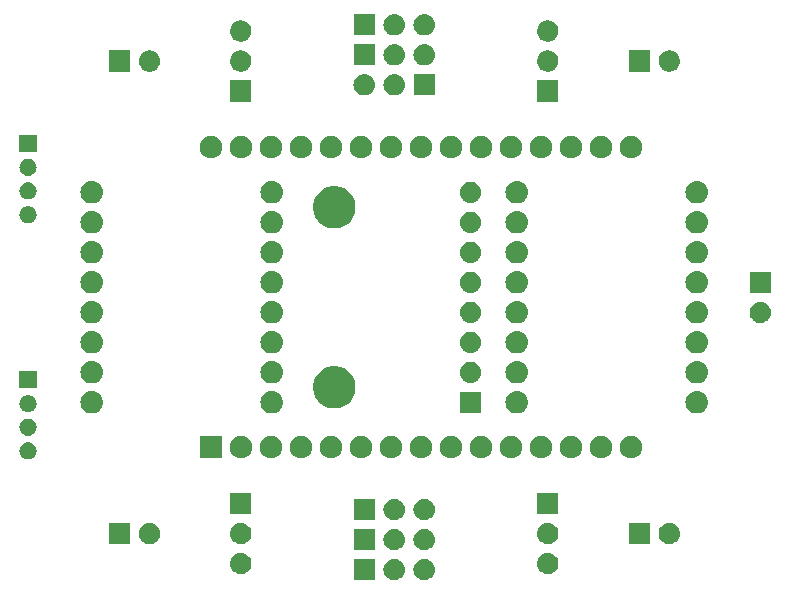
<source format=gbr>
G04 #@! TF.GenerationSoftware,KiCad,Pcbnew,(5.0.1)-3*
G04 #@! TF.CreationDate,2022-06-14T20:04:15+08:00*
G04 #@! TF.ProjectId,Omnibot V1,4F6D6E69626F742056312E6B69636164,rev?*
G04 #@! TF.SameCoordinates,Original*
G04 #@! TF.FileFunction,Soldermask,Bot*
G04 #@! TF.FilePolarity,Negative*
%FSLAX46Y46*%
G04 Gerber Fmt 4.6, Leading zero omitted, Abs format (unit mm)*
G04 Created by KiCad (PCBNEW (5.0.1)-3) date 14-Jun-22 8:04:15 PM*
%MOMM*%
%LPD*%
G01*
G04 APERTURE LIST*
%ADD10C,0.100000*%
G04 APERTURE END LIST*
D10*
G36*
X48361000Y-73961000D02*
X46559000Y-73961000D01*
X46559000Y-72159000D01*
X48361000Y-72159000D01*
X48361000Y-73961000D01*
X48361000Y-73961000D01*
G37*
G36*
X52650443Y-72165519D02*
X52716627Y-72172037D01*
X52829853Y-72206384D01*
X52886467Y-72223557D01*
X53025087Y-72297652D01*
X53042991Y-72307222D01*
X53078729Y-72336552D01*
X53180186Y-72419814D01*
X53263448Y-72521271D01*
X53292778Y-72557009D01*
X53292779Y-72557011D01*
X53376443Y-72713533D01*
X53393616Y-72770147D01*
X53427963Y-72883373D01*
X53445359Y-73060000D01*
X53427963Y-73236627D01*
X53393616Y-73349853D01*
X53376443Y-73406467D01*
X53364953Y-73427963D01*
X53292778Y-73562991D01*
X53263448Y-73598729D01*
X53180186Y-73700186D01*
X53078729Y-73783448D01*
X53042991Y-73812778D01*
X53042989Y-73812779D01*
X52886467Y-73896443D01*
X52829853Y-73913616D01*
X52716627Y-73947963D01*
X52650443Y-73954481D01*
X52584260Y-73961000D01*
X52495740Y-73961000D01*
X52429557Y-73954481D01*
X52363373Y-73947963D01*
X52250147Y-73913616D01*
X52193533Y-73896443D01*
X52037011Y-73812779D01*
X52037009Y-73812778D01*
X52001271Y-73783448D01*
X51899814Y-73700186D01*
X51816552Y-73598729D01*
X51787222Y-73562991D01*
X51715047Y-73427963D01*
X51703557Y-73406467D01*
X51686384Y-73349853D01*
X51652037Y-73236627D01*
X51634641Y-73060000D01*
X51652037Y-72883373D01*
X51686384Y-72770147D01*
X51703557Y-72713533D01*
X51787221Y-72557011D01*
X51787222Y-72557009D01*
X51816552Y-72521271D01*
X51899814Y-72419814D01*
X52001271Y-72336552D01*
X52037009Y-72307222D01*
X52054913Y-72297652D01*
X52193533Y-72223557D01*
X52250147Y-72206384D01*
X52363373Y-72172037D01*
X52429557Y-72165519D01*
X52495740Y-72159000D01*
X52584260Y-72159000D01*
X52650443Y-72165519D01*
X52650443Y-72165519D01*
G37*
G36*
X50110443Y-72165519D02*
X50176627Y-72172037D01*
X50289853Y-72206384D01*
X50346467Y-72223557D01*
X50485087Y-72297652D01*
X50502991Y-72307222D01*
X50538729Y-72336552D01*
X50640186Y-72419814D01*
X50723448Y-72521271D01*
X50752778Y-72557009D01*
X50752779Y-72557011D01*
X50836443Y-72713533D01*
X50853616Y-72770147D01*
X50887963Y-72883373D01*
X50905359Y-73060000D01*
X50887963Y-73236627D01*
X50853616Y-73349853D01*
X50836443Y-73406467D01*
X50824953Y-73427963D01*
X50752778Y-73562991D01*
X50723448Y-73598729D01*
X50640186Y-73700186D01*
X50538729Y-73783448D01*
X50502991Y-73812778D01*
X50502989Y-73812779D01*
X50346467Y-73896443D01*
X50289853Y-73913616D01*
X50176627Y-73947963D01*
X50110443Y-73954481D01*
X50044260Y-73961000D01*
X49955740Y-73961000D01*
X49889557Y-73954481D01*
X49823373Y-73947963D01*
X49710147Y-73913616D01*
X49653533Y-73896443D01*
X49497011Y-73812779D01*
X49497009Y-73812778D01*
X49461271Y-73783448D01*
X49359814Y-73700186D01*
X49276552Y-73598729D01*
X49247222Y-73562991D01*
X49175047Y-73427963D01*
X49163557Y-73406467D01*
X49146384Y-73349853D01*
X49112037Y-73236627D01*
X49094641Y-73060000D01*
X49112037Y-72883373D01*
X49146384Y-72770147D01*
X49163557Y-72713533D01*
X49247221Y-72557011D01*
X49247222Y-72557009D01*
X49276552Y-72521271D01*
X49359814Y-72419814D01*
X49461271Y-72336552D01*
X49497009Y-72307222D01*
X49514913Y-72297652D01*
X49653533Y-72223557D01*
X49710147Y-72206384D01*
X49823373Y-72172037D01*
X49889557Y-72165519D01*
X49955740Y-72159000D01*
X50044260Y-72159000D01*
X50110443Y-72165519D01*
X50110443Y-72165519D01*
G37*
G36*
X63110442Y-71645518D02*
X63176627Y-71652037D01*
X63289853Y-71686384D01*
X63346467Y-71703557D01*
X63485087Y-71777652D01*
X63502991Y-71787222D01*
X63538729Y-71816552D01*
X63640186Y-71899814D01*
X63723448Y-72001271D01*
X63752778Y-72037009D01*
X63752779Y-72037011D01*
X63836443Y-72193533D01*
X63853616Y-72250147D01*
X63887963Y-72363373D01*
X63905359Y-72540000D01*
X63887963Y-72716627D01*
X63853616Y-72829853D01*
X63836443Y-72886467D01*
X63762348Y-73025087D01*
X63752778Y-73042991D01*
X63738819Y-73060000D01*
X63640186Y-73180186D01*
X63571411Y-73236627D01*
X63502991Y-73292778D01*
X63502989Y-73292779D01*
X63346467Y-73376443D01*
X63289853Y-73393616D01*
X63176627Y-73427963D01*
X63110442Y-73434482D01*
X63044260Y-73441000D01*
X62955740Y-73441000D01*
X62889558Y-73434482D01*
X62823373Y-73427963D01*
X62710147Y-73393616D01*
X62653533Y-73376443D01*
X62497011Y-73292779D01*
X62497009Y-73292778D01*
X62428589Y-73236627D01*
X62359814Y-73180186D01*
X62261181Y-73060000D01*
X62247222Y-73042991D01*
X62237652Y-73025087D01*
X62163557Y-72886467D01*
X62146384Y-72829853D01*
X62112037Y-72716627D01*
X62094641Y-72540000D01*
X62112037Y-72363373D01*
X62146384Y-72250147D01*
X62163557Y-72193533D01*
X62247221Y-72037011D01*
X62247222Y-72037009D01*
X62276552Y-72001271D01*
X62359814Y-71899814D01*
X62461271Y-71816552D01*
X62497009Y-71787222D01*
X62514913Y-71777652D01*
X62653533Y-71703557D01*
X62710147Y-71686384D01*
X62823373Y-71652037D01*
X62889558Y-71645518D01*
X62955740Y-71639000D01*
X63044260Y-71639000D01*
X63110442Y-71645518D01*
X63110442Y-71645518D01*
G37*
G36*
X37110442Y-71645518D02*
X37176627Y-71652037D01*
X37289853Y-71686384D01*
X37346467Y-71703557D01*
X37485087Y-71777652D01*
X37502991Y-71787222D01*
X37538729Y-71816552D01*
X37640186Y-71899814D01*
X37723448Y-72001271D01*
X37752778Y-72037009D01*
X37752779Y-72037011D01*
X37836443Y-72193533D01*
X37853616Y-72250147D01*
X37887963Y-72363373D01*
X37905359Y-72540000D01*
X37887963Y-72716627D01*
X37853616Y-72829853D01*
X37836443Y-72886467D01*
X37762348Y-73025087D01*
X37752778Y-73042991D01*
X37738819Y-73060000D01*
X37640186Y-73180186D01*
X37571411Y-73236627D01*
X37502991Y-73292778D01*
X37502989Y-73292779D01*
X37346467Y-73376443D01*
X37289853Y-73393616D01*
X37176627Y-73427963D01*
X37110442Y-73434482D01*
X37044260Y-73441000D01*
X36955740Y-73441000D01*
X36889558Y-73434482D01*
X36823373Y-73427963D01*
X36710147Y-73393616D01*
X36653533Y-73376443D01*
X36497011Y-73292779D01*
X36497009Y-73292778D01*
X36428589Y-73236627D01*
X36359814Y-73180186D01*
X36261181Y-73060000D01*
X36247222Y-73042991D01*
X36237652Y-73025087D01*
X36163557Y-72886467D01*
X36146384Y-72829853D01*
X36112037Y-72716627D01*
X36094641Y-72540000D01*
X36112037Y-72363373D01*
X36146384Y-72250147D01*
X36163557Y-72193533D01*
X36247221Y-72037011D01*
X36247222Y-72037009D01*
X36276552Y-72001271D01*
X36359814Y-71899814D01*
X36461271Y-71816552D01*
X36497009Y-71787222D01*
X36514913Y-71777652D01*
X36653533Y-71703557D01*
X36710147Y-71686384D01*
X36823373Y-71652037D01*
X36889558Y-71645518D01*
X36955740Y-71639000D01*
X37044260Y-71639000D01*
X37110442Y-71645518D01*
X37110442Y-71645518D01*
G37*
G36*
X50110442Y-69625518D02*
X50176627Y-69632037D01*
X50289853Y-69666384D01*
X50346467Y-69683557D01*
X50485087Y-69757652D01*
X50502991Y-69767222D01*
X50538729Y-69796552D01*
X50640186Y-69879814D01*
X50723448Y-69981271D01*
X50752778Y-70017009D01*
X50752779Y-70017011D01*
X50836443Y-70173533D01*
X50853616Y-70230147D01*
X50887963Y-70343373D01*
X50905359Y-70520000D01*
X50887963Y-70696627D01*
X50853616Y-70809853D01*
X50836443Y-70866467D01*
X50824953Y-70887963D01*
X50752778Y-71022991D01*
X50723448Y-71058729D01*
X50640186Y-71160186D01*
X50538729Y-71243448D01*
X50502991Y-71272778D01*
X50502989Y-71272779D01*
X50346467Y-71356443D01*
X50289853Y-71373616D01*
X50176627Y-71407963D01*
X50110442Y-71414482D01*
X50044260Y-71421000D01*
X49955740Y-71421000D01*
X49889558Y-71414482D01*
X49823373Y-71407963D01*
X49710147Y-71373616D01*
X49653533Y-71356443D01*
X49497011Y-71272779D01*
X49497009Y-71272778D01*
X49461271Y-71243448D01*
X49359814Y-71160186D01*
X49276552Y-71058729D01*
X49247222Y-71022991D01*
X49175047Y-70887963D01*
X49163557Y-70866467D01*
X49146384Y-70809853D01*
X49112037Y-70696627D01*
X49094641Y-70520000D01*
X49112037Y-70343373D01*
X49146384Y-70230147D01*
X49163557Y-70173533D01*
X49247221Y-70017011D01*
X49247222Y-70017009D01*
X49276552Y-69981271D01*
X49359814Y-69879814D01*
X49461271Y-69796552D01*
X49497009Y-69767222D01*
X49514913Y-69757652D01*
X49653533Y-69683557D01*
X49710147Y-69666384D01*
X49823373Y-69632037D01*
X49889558Y-69625518D01*
X49955740Y-69619000D01*
X50044260Y-69619000D01*
X50110442Y-69625518D01*
X50110442Y-69625518D01*
G37*
G36*
X52650442Y-69625518D02*
X52716627Y-69632037D01*
X52829853Y-69666384D01*
X52886467Y-69683557D01*
X53025087Y-69757652D01*
X53042991Y-69767222D01*
X53078729Y-69796552D01*
X53180186Y-69879814D01*
X53263448Y-69981271D01*
X53292778Y-70017009D01*
X53292779Y-70017011D01*
X53376443Y-70173533D01*
X53393616Y-70230147D01*
X53427963Y-70343373D01*
X53445359Y-70520000D01*
X53427963Y-70696627D01*
X53393616Y-70809853D01*
X53376443Y-70866467D01*
X53364953Y-70887963D01*
X53292778Y-71022991D01*
X53263448Y-71058729D01*
X53180186Y-71160186D01*
X53078729Y-71243448D01*
X53042991Y-71272778D01*
X53042989Y-71272779D01*
X52886467Y-71356443D01*
X52829853Y-71373616D01*
X52716627Y-71407963D01*
X52650442Y-71414482D01*
X52584260Y-71421000D01*
X52495740Y-71421000D01*
X52429558Y-71414482D01*
X52363373Y-71407963D01*
X52250147Y-71373616D01*
X52193533Y-71356443D01*
X52037011Y-71272779D01*
X52037009Y-71272778D01*
X52001271Y-71243448D01*
X51899814Y-71160186D01*
X51816552Y-71058729D01*
X51787222Y-71022991D01*
X51715047Y-70887963D01*
X51703557Y-70866467D01*
X51686384Y-70809853D01*
X51652037Y-70696627D01*
X51634641Y-70520000D01*
X51652037Y-70343373D01*
X51686384Y-70230147D01*
X51703557Y-70173533D01*
X51787221Y-70017011D01*
X51787222Y-70017009D01*
X51816552Y-69981271D01*
X51899814Y-69879814D01*
X52001271Y-69796552D01*
X52037009Y-69767222D01*
X52054913Y-69757652D01*
X52193533Y-69683557D01*
X52250147Y-69666384D01*
X52363373Y-69632037D01*
X52429558Y-69625518D01*
X52495740Y-69619000D01*
X52584260Y-69619000D01*
X52650442Y-69625518D01*
X52650442Y-69625518D01*
G37*
G36*
X48361000Y-71421000D02*
X46559000Y-71421000D01*
X46559000Y-69619000D01*
X48361000Y-69619000D01*
X48361000Y-71421000D01*
X48361000Y-71421000D01*
G37*
G36*
X63110443Y-69105519D02*
X63176627Y-69112037D01*
X63289853Y-69146384D01*
X63346467Y-69163557D01*
X63485087Y-69237652D01*
X63502991Y-69247222D01*
X63538729Y-69276552D01*
X63640186Y-69359814D01*
X63723448Y-69461271D01*
X63752778Y-69497009D01*
X63752779Y-69497011D01*
X63836443Y-69653533D01*
X63853616Y-69710147D01*
X63887963Y-69823373D01*
X63905359Y-70000000D01*
X63887963Y-70176627D01*
X63853616Y-70289853D01*
X63836443Y-70346467D01*
X63762348Y-70485087D01*
X63752778Y-70502991D01*
X63738819Y-70520000D01*
X63640186Y-70640186D01*
X63571411Y-70696627D01*
X63502991Y-70752778D01*
X63502989Y-70752779D01*
X63346467Y-70836443D01*
X63289853Y-70853616D01*
X63176627Y-70887963D01*
X63110442Y-70894482D01*
X63044260Y-70901000D01*
X62955740Y-70901000D01*
X62889558Y-70894482D01*
X62823373Y-70887963D01*
X62710147Y-70853616D01*
X62653533Y-70836443D01*
X62497011Y-70752779D01*
X62497009Y-70752778D01*
X62428589Y-70696627D01*
X62359814Y-70640186D01*
X62261181Y-70520000D01*
X62247222Y-70502991D01*
X62237652Y-70485087D01*
X62163557Y-70346467D01*
X62146384Y-70289853D01*
X62112037Y-70176627D01*
X62094641Y-70000000D01*
X62112037Y-69823373D01*
X62146384Y-69710147D01*
X62163557Y-69653533D01*
X62247221Y-69497011D01*
X62247222Y-69497009D01*
X62276552Y-69461271D01*
X62359814Y-69359814D01*
X62461271Y-69276552D01*
X62497009Y-69247222D01*
X62514913Y-69237652D01*
X62653533Y-69163557D01*
X62710147Y-69146384D01*
X62823373Y-69112037D01*
X62889557Y-69105519D01*
X62955740Y-69099000D01*
X63044260Y-69099000D01*
X63110443Y-69105519D01*
X63110443Y-69105519D01*
G37*
G36*
X37110443Y-69105519D02*
X37176627Y-69112037D01*
X37289853Y-69146384D01*
X37346467Y-69163557D01*
X37485087Y-69237652D01*
X37502991Y-69247222D01*
X37538729Y-69276552D01*
X37640186Y-69359814D01*
X37723448Y-69461271D01*
X37752778Y-69497009D01*
X37752779Y-69497011D01*
X37836443Y-69653533D01*
X37853616Y-69710147D01*
X37887963Y-69823373D01*
X37905359Y-70000000D01*
X37887963Y-70176627D01*
X37853616Y-70289853D01*
X37836443Y-70346467D01*
X37762348Y-70485087D01*
X37752778Y-70502991D01*
X37738819Y-70520000D01*
X37640186Y-70640186D01*
X37571411Y-70696627D01*
X37502991Y-70752778D01*
X37502989Y-70752779D01*
X37346467Y-70836443D01*
X37289853Y-70853616D01*
X37176627Y-70887963D01*
X37110442Y-70894482D01*
X37044260Y-70901000D01*
X36955740Y-70901000D01*
X36889558Y-70894482D01*
X36823373Y-70887963D01*
X36710147Y-70853616D01*
X36653533Y-70836443D01*
X36497011Y-70752779D01*
X36497009Y-70752778D01*
X36428589Y-70696627D01*
X36359814Y-70640186D01*
X36261181Y-70520000D01*
X36247222Y-70502991D01*
X36237652Y-70485087D01*
X36163557Y-70346467D01*
X36146384Y-70289853D01*
X36112037Y-70176627D01*
X36094641Y-70000000D01*
X36112037Y-69823373D01*
X36146384Y-69710147D01*
X36163557Y-69653533D01*
X36247221Y-69497011D01*
X36247222Y-69497009D01*
X36276552Y-69461271D01*
X36359814Y-69359814D01*
X36461271Y-69276552D01*
X36497009Y-69247222D01*
X36514913Y-69237652D01*
X36653533Y-69163557D01*
X36710147Y-69146384D01*
X36823373Y-69112037D01*
X36889557Y-69105519D01*
X36955740Y-69099000D01*
X37044260Y-69099000D01*
X37110443Y-69105519D01*
X37110443Y-69105519D01*
G37*
G36*
X29400443Y-69105519D02*
X29466627Y-69112037D01*
X29579853Y-69146384D01*
X29636467Y-69163557D01*
X29775087Y-69237652D01*
X29792991Y-69247222D01*
X29828729Y-69276552D01*
X29930186Y-69359814D01*
X30013448Y-69461271D01*
X30042778Y-69497009D01*
X30042779Y-69497011D01*
X30126443Y-69653533D01*
X30143616Y-69710147D01*
X30177963Y-69823373D01*
X30195359Y-70000000D01*
X30177963Y-70176627D01*
X30143616Y-70289853D01*
X30126443Y-70346467D01*
X30052348Y-70485087D01*
X30042778Y-70502991D01*
X30028819Y-70520000D01*
X29930186Y-70640186D01*
X29861411Y-70696627D01*
X29792991Y-70752778D01*
X29792989Y-70752779D01*
X29636467Y-70836443D01*
X29579853Y-70853616D01*
X29466627Y-70887963D01*
X29400442Y-70894482D01*
X29334260Y-70901000D01*
X29245740Y-70901000D01*
X29179558Y-70894482D01*
X29113373Y-70887963D01*
X29000147Y-70853616D01*
X28943533Y-70836443D01*
X28787011Y-70752779D01*
X28787009Y-70752778D01*
X28718589Y-70696627D01*
X28649814Y-70640186D01*
X28551181Y-70520000D01*
X28537222Y-70502991D01*
X28527652Y-70485087D01*
X28453557Y-70346467D01*
X28436384Y-70289853D01*
X28402037Y-70176627D01*
X28384641Y-70000000D01*
X28402037Y-69823373D01*
X28436384Y-69710147D01*
X28453557Y-69653533D01*
X28537221Y-69497011D01*
X28537222Y-69497009D01*
X28566552Y-69461271D01*
X28649814Y-69359814D01*
X28751271Y-69276552D01*
X28787009Y-69247222D01*
X28804913Y-69237652D01*
X28943533Y-69163557D01*
X29000147Y-69146384D01*
X29113373Y-69112037D01*
X29179557Y-69105519D01*
X29245740Y-69099000D01*
X29334260Y-69099000D01*
X29400443Y-69105519D01*
X29400443Y-69105519D01*
G37*
G36*
X73400443Y-69105519D02*
X73466627Y-69112037D01*
X73579853Y-69146384D01*
X73636467Y-69163557D01*
X73775087Y-69237652D01*
X73792991Y-69247222D01*
X73828729Y-69276552D01*
X73930186Y-69359814D01*
X74013448Y-69461271D01*
X74042778Y-69497009D01*
X74042779Y-69497011D01*
X74126443Y-69653533D01*
X74143616Y-69710147D01*
X74177963Y-69823373D01*
X74195359Y-70000000D01*
X74177963Y-70176627D01*
X74143616Y-70289853D01*
X74126443Y-70346467D01*
X74052348Y-70485087D01*
X74042778Y-70502991D01*
X74028819Y-70520000D01*
X73930186Y-70640186D01*
X73861411Y-70696627D01*
X73792991Y-70752778D01*
X73792989Y-70752779D01*
X73636467Y-70836443D01*
X73579853Y-70853616D01*
X73466627Y-70887963D01*
X73400442Y-70894482D01*
X73334260Y-70901000D01*
X73245740Y-70901000D01*
X73179558Y-70894482D01*
X73113373Y-70887963D01*
X73000147Y-70853616D01*
X72943533Y-70836443D01*
X72787011Y-70752779D01*
X72787009Y-70752778D01*
X72718589Y-70696627D01*
X72649814Y-70640186D01*
X72551181Y-70520000D01*
X72537222Y-70502991D01*
X72527652Y-70485087D01*
X72453557Y-70346467D01*
X72436384Y-70289853D01*
X72402037Y-70176627D01*
X72384641Y-70000000D01*
X72402037Y-69823373D01*
X72436384Y-69710147D01*
X72453557Y-69653533D01*
X72537221Y-69497011D01*
X72537222Y-69497009D01*
X72566552Y-69461271D01*
X72649814Y-69359814D01*
X72751271Y-69276552D01*
X72787009Y-69247222D01*
X72804913Y-69237652D01*
X72943533Y-69163557D01*
X73000147Y-69146384D01*
X73113373Y-69112037D01*
X73179557Y-69105519D01*
X73245740Y-69099000D01*
X73334260Y-69099000D01*
X73400443Y-69105519D01*
X73400443Y-69105519D01*
G37*
G36*
X27651000Y-70901000D02*
X25849000Y-70901000D01*
X25849000Y-69099000D01*
X27651000Y-69099000D01*
X27651000Y-70901000D01*
X27651000Y-70901000D01*
G37*
G36*
X71651000Y-70901000D02*
X69849000Y-70901000D01*
X69849000Y-69099000D01*
X71651000Y-69099000D01*
X71651000Y-70901000D01*
X71651000Y-70901000D01*
G37*
G36*
X48361000Y-68881000D02*
X46559000Y-68881000D01*
X46559000Y-67079000D01*
X48361000Y-67079000D01*
X48361000Y-68881000D01*
X48361000Y-68881000D01*
G37*
G36*
X50110443Y-67085519D02*
X50176627Y-67092037D01*
X50289853Y-67126384D01*
X50346467Y-67143557D01*
X50485087Y-67217652D01*
X50502991Y-67227222D01*
X50538729Y-67256552D01*
X50640186Y-67339814D01*
X50723448Y-67441271D01*
X50752778Y-67477009D01*
X50752779Y-67477011D01*
X50836443Y-67633533D01*
X50836443Y-67633534D01*
X50887963Y-67803373D01*
X50905359Y-67980000D01*
X50887963Y-68156627D01*
X50853616Y-68269853D01*
X50836443Y-68326467D01*
X50817984Y-68361000D01*
X50752778Y-68482991D01*
X50723448Y-68518729D01*
X50640186Y-68620186D01*
X50538729Y-68703448D01*
X50502991Y-68732778D01*
X50502989Y-68732779D01*
X50346467Y-68816443D01*
X50289853Y-68833616D01*
X50176627Y-68867963D01*
X50110443Y-68874481D01*
X50044260Y-68881000D01*
X49955740Y-68881000D01*
X49889557Y-68874481D01*
X49823373Y-68867963D01*
X49710147Y-68833616D01*
X49653533Y-68816443D01*
X49497011Y-68732779D01*
X49497009Y-68732778D01*
X49461271Y-68703448D01*
X49359814Y-68620186D01*
X49276552Y-68518729D01*
X49247222Y-68482991D01*
X49182016Y-68361000D01*
X49163557Y-68326467D01*
X49146384Y-68269853D01*
X49112037Y-68156627D01*
X49094641Y-67980000D01*
X49112037Y-67803373D01*
X49163557Y-67633534D01*
X49163557Y-67633533D01*
X49247221Y-67477011D01*
X49247222Y-67477009D01*
X49276552Y-67441271D01*
X49359814Y-67339814D01*
X49461271Y-67256552D01*
X49497009Y-67227222D01*
X49514913Y-67217652D01*
X49653533Y-67143557D01*
X49710147Y-67126384D01*
X49823373Y-67092037D01*
X49889557Y-67085519D01*
X49955740Y-67079000D01*
X50044260Y-67079000D01*
X50110443Y-67085519D01*
X50110443Y-67085519D01*
G37*
G36*
X52650443Y-67085519D02*
X52716627Y-67092037D01*
X52829853Y-67126384D01*
X52886467Y-67143557D01*
X53025087Y-67217652D01*
X53042991Y-67227222D01*
X53078729Y-67256552D01*
X53180186Y-67339814D01*
X53263448Y-67441271D01*
X53292778Y-67477009D01*
X53292779Y-67477011D01*
X53376443Y-67633533D01*
X53376443Y-67633534D01*
X53427963Y-67803373D01*
X53445359Y-67980000D01*
X53427963Y-68156627D01*
X53393616Y-68269853D01*
X53376443Y-68326467D01*
X53357984Y-68361000D01*
X53292778Y-68482991D01*
X53263448Y-68518729D01*
X53180186Y-68620186D01*
X53078729Y-68703448D01*
X53042991Y-68732778D01*
X53042989Y-68732779D01*
X52886467Y-68816443D01*
X52829853Y-68833616D01*
X52716627Y-68867963D01*
X52650443Y-68874481D01*
X52584260Y-68881000D01*
X52495740Y-68881000D01*
X52429557Y-68874481D01*
X52363373Y-68867963D01*
X52250147Y-68833616D01*
X52193533Y-68816443D01*
X52037011Y-68732779D01*
X52037009Y-68732778D01*
X52001271Y-68703448D01*
X51899814Y-68620186D01*
X51816552Y-68518729D01*
X51787222Y-68482991D01*
X51722016Y-68361000D01*
X51703557Y-68326467D01*
X51686384Y-68269853D01*
X51652037Y-68156627D01*
X51634641Y-67980000D01*
X51652037Y-67803373D01*
X51703557Y-67633534D01*
X51703557Y-67633533D01*
X51787221Y-67477011D01*
X51787222Y-67477009D01*
X51816552Y-67441271D01*
X51899814Y-67339814D01*
X52001271Y-67256552D01*
X52037009Y-67227222D01*
X52054913Y-67217652D01*
X52193533Y-67143557D01*
X52250147Y-67126384D01*
X52363373Y-67092037D01*
X52429557Y-67085519D01*
X52495740Y-67079000D01*
X52584260Y-67079000D01*
X52650443Y-67085519D01*
X52650443Y-67085519D01*
G37*
G36*
X37901000Y-68361000D02*
X36099000Y-68361000D01*
X36099000Y-66559000D01*
X37901000Y-66559000D01*
X37901000Y-68361000D01*
X37901000Y-68361000D01*
G37*
G36*
X63901000Y-68361000D02*
X62099000Y-68361000D01*
X62099000Y-66559000D01*
X63901000Y-66559000D01*
X63901000Y-68361000D01*
X63901000Y-68361000D01*
G37*
G36*
X19056991Y-62276101D02*
X19142321Y-62284505D01*
X19279172Y-62326019D01*
X19279174Y-62326020D01*
X19279177Y-62326021D01*
X19405296Y-62393432D01*
X19515843Y-62484157D01*
X19606568Y-62594704D01*
X19673979Y-62720823D01*
X19673980Y-62720826D01*
X19673981Y-62720828D01*
X19715495Y-62857679D01*
X19729512Y-63000000D01*
X19715495Y-63142321D01*
X19673981Y-63279172D01*
X19673979Y-63279177D01*
X19606568Y-63405296D01*
X19515843Y-63515843D01*
X19405296Y-63606568D01*
X19279177Y-63673979D01*
X19279174Y-63673980D01*
X19279172Y-63673981D01*
X19142321Y-63715495D01*
X19056991Y-63723899D01*
X19035660Y-63726000D01*
X18964340Y-63726000D01*
X18943009Y-63723899D01*
X18857679Y-63715495D01*
X18720828Y-63673981D01*
X18720826Y-63673980D01*
X18720823Y-63673979D01*
X18594704Y-63606568D01*
X18484157Y-63515843D01*
X18393432Y-63405296D01*
X18326021Y-63279177D01*
X18326019Y-63279172D01*
X18284505Y-63142321D01*
X18270488Y-63000000D01*
X18284505Y-62857679D01*
X18326019Y-62720828D01*
X18326020Y-62720826D01*
X18326021Y-62720823D01*
X18393432Y-62594704D01*
X18484157Y-62484157D01*
X18594704Y-62393432D01*
X18720823Y-62326021D01*
X18720826Y-62326020D01*
X18720828Y-62326019D01*
X18857679Y-62284505D01*
X18943009Y-62276101D01*
X18964340Y-62274000D01*
X19035660Y-62274000D01*
X19056991Y-62276101D01*
X19056991Y-62276101D01*
G37*
G36*
X50002396Y-61785546D02*
X50175466Y-61857234D01*
X50331230Y-61961312D01*
X50463688Y-62093770D01*
X50567766Y-62249534D01*
X50639454Y-62422604D01*
X50676000Y-62606333D01*
X50676000Y-62793667D01*
X50639454Y-62977396D01*
X50567766Y-63150466D01*
X50463688Y-63306230D01*
X50331230Y-63438688D01*
X50175466Y-63542766D01*
X50002396Y-63614454D01*
X49818667Y-63651000D01*
X49631333Y-63651000D01*
X49447604Y-63614454D01*
X49274534Y-63542766D01*
X49118770Y-63438688D01*
X48986312Y-63306230D01*
X48882234Y-63150466D01*
X48810546Y-62977396D01*
X48774000Y-62793667D01*
X48774000Y-62606333D01*
X48810546Y-62422604D01*
X48882234Y-62249534D01*
X48986312Y-62093770D01*
X49118770Y-61961312D01*
X49274534Y-61857234D01*
X49447604Y-61785546D01*
X49631333Y-61749000D01*
X49818667Y-61749000D01*
X50002396Y-61785546D01*
X50002396Y-61785546D01*
G37*
G36*
X55082396Y-61785546D02*
X55255466Y-61857234D01*
X55411230Y-61961312D01*
X55543688Y-62093770D01*
X55647766Y-62249534D01*
X55719454Y-62422604D01*
X55756000Y-62606333D01*
X55756000Y-62793667D01*
X55719454Y-62977396D01*
X55647766Y-63150466D01*
X55543688Y-63306230D01*
X55411230Y-63438688D01*
X55255466Y-63542766D01*
X55082396Y-63614454D01*
X54898667Y-63651000D01*
X54711333Y-63651000D01*
X54527604Y-63614454D01*
X54354534Y-63542766D01*
X54198770Y-63438688D01*
X54066312Y-63306230D01*
X53962234Y-63150466D01*
X53890546Y-62977396D01*
X53854000Y-62793667D01*
X53854000Y-62606333D01*
X53890546Y-62422604D01*
X53962234Y-62249534D01*
X54066312Y-62093770D01*
X54198770Y-61961312D01*
X54354534Y-61857234D01*
X54527604Y-61785546D01*
X54711333Y-61749000D01*
X54898667Y-61749000D01*
X55082396Y-61785546D01*
X55082396Y-61785546D01*
G37*
G36*
X37302396Y-61785546D02*
X37475466Y-61857234D01*
X37631230Y-61961312D01*
X37763688Y-62093770D01*
X37867766Y-62249534D01*
X37939454Y-62422604D01*
X37976000Y-62606333D01*
X37976000Y-62793667D01*
X37939454Y-62977396D01*
X37867766Y-63150466D01*
X37763688Y-63306230D01*
X37631230Y-63438688D01*
X37475466Y-63542766D01*
X37302396Y-63614454D01*
X37118667Y-63651000D01*
X36931333Y-63651000D01*
X36747604Y-63614454D01*
X36574534Y-63542766D01*
X36418770Y-63438688D01*
X36286312Y-63306230D01*
X36182234Y-63150466D01*
X36110546Y-62977396D01*
X36074000Y-62793667D01*
X36074000Y-62606333D01*
X36110546Y-62422604D01*
X36182234Y-62249534D01*
X36286312Y-62093770D01*
X36418770Y-61961312D01*
X36574534Y-61857234D01*
X36747604Y-61785546D01*
X36931333Y-61749000D01*
X37118667Y-61749000D01*
X37302396Y-61785546D01*
X37302396Y-61785546D01*
G37*
G36*
X47462396Y-61785546D02*
X47635466Y-61857234D01*
X47791230Y-61961312D01*
X47923688Y-62093770D01*
X48027766Y-62249534D01*
X48099454Y-62422604D01*
X48136000Y-62606333D01*
X48136000Y-62793667D01*
X48099454Y-62977396D01*
X48027766Y-63150466D01*
X47923688Y-63306230D01*
X47791230Y-63438688D01*
X47635466Y-63542766D01*
X47462396Y-63614454D01*
X47278667Y-63651000D01*
X47091333Y-63651000D01*
X46907604Y-63614454D01*
X46734534Y-63542766D01*
X46578770Y-63438688D01*
X46446312Y-63306230D01*
X46342234Y-63150466D01*
X46270546Y-62977396D01*
X46234000Y-62793667D01*
X46234000Y-62606333D01*
X46270546Y-62422604D01*
X46342234Y-62249534D01*
X46446312Y-62093770D01*
X46578770Y-61961312D01*
X46734534Y-61857234D01*
X46907604Y-61785546D01*
X47091333Y-61749000D01*
X47278667Y-61749000D01*
X47462396Y-61785546D01*
X47462396Y-61785546D01*
G37*
G36*
X52542396Y-61785546D02*
X52715466Y-61857234D01*
X52871230Y-61961312D01*
X53003688Y-62093770D01*
X53107766Y-62249534D01*
X53179454Y-62422604D01*
X53216000Y-62606333D01*
X53216000Y-62793667D01*
X53179454Y-62977396D01*
X53107766Y-63150466D01*
X53003688Y-63306230D01*
X52871230Y-63438688D01*
X52715466Y-63542766D01*
X52542396Y-63614454D01*
X52358667Y-63651000D01*
X52171333Y-63651000D01*
X51987604Y-63614454D01*
X51814534Y-63542766D01*
X51658770Y-63438688D01*
X51526312Y-63306230D01*
X51422234Y-63150466D01*
X51350546Y-62977396D01*
X51314000Y-62793667D01*
X51314000Y-62606333D01*
X51350546Y-62422604D01*
X51422234Y-62249534D01*
X51526312Y-62093770D01*
X51658770Y-61961312D01*
X51814534Y-61857234D01*
X51987604Y-61785546D01*
X52171333Y-61749000D01*
X52358667Y-61749000D01*
X52542396Y-61785546D01*
X52542396Y-61785546D01*
G37*
G36*
X42382396Y-61785546D02*
X42555466Y-61857234D01*
X42711230Y-61961312D01*
X42843688Y-62093770D01*
X42947766Y-62249534D01*
X43019454Y-62422604D01*
X43056000Y-62606333D01*
X43056000Y-62793667D01*
X43019454Y-62977396D01*
X42947766Y-63150466D01*
X42843688Y-63306230D01*
X42711230Y-63438688D01*
X42555466Y-63542766D01*
X42382396Y-63614454D01*
X42198667Y-63651000D01*
X42011333Y-63651000D01*
X41827604Y-63614454D01*
X41654534Y-63542766D01*
X41498770Y-63438688D01*
X41366312Y-63306230D01*
X41262234Y-63150466D01*
X41190546Y-62977396D01*
X41154000Y-62793667D01*
X41154000Y-62606333D01*
X41190546Y-62422604D01*
X41262234Y-62249534D01*
X41366312Y-62093770D01*
X41498770Y-61961312D01*
X41654534Y-61857234D01*
X41827604Y-61785546D01*
X42011333Y-61749000D01*
X42198667Y-61749000D01*
X42382396Y-61785546D01*
X42382396Y-61785546D01*
G37*
G36*
X44922396Y-61785546D02*
X45095466Y-61857234D01*
X45251230Y-61961312D01*
X45383688Y-62093770D01*
X45487766Y-62249534D01*
X45559454Y-62422604D01*
X45596000Y-62606333D01*
X45596000Y-62793667D01*
X45559454Y-62977396D01*
X45487766Y-63150466D01*
X45383688Y-63306230D01*
X45251230Y-63438688D01*
X45095466Y-63542766D01*
X44922396Y-63614454D01*
X44738667Y-63651000D01*
X44551333Y-63651000D01*
X44367604Y-63614454D01*
X44194534Y-63542766D01*
X44038770Y-63438688D01*
X43906312Y-63306230D01*
X43802234Y-63150466D01*
X43730546Y-62977396D01*
X43694000Y-62793667D01*
X43694000Y-62606333D01*
X43730546Y-62422604D01*
X43802234Y-62249534D01*
X43906312Y-62093770D01*
X44038770Y-61961312D01*
X44194534Y-61857234D01*
X44367604Y-61785546D01*
X44551333Y-61749000D01*
X44738667Y-61749000D01*
X44922396Y-61785546D01*
X44922396Y-61785546D01*
G37*
G36*
X62702396Y-61785546D02*
X62875466Y-61857234D01*
X63031230Y-61961312D01*
X63163688Y-62093770D01*
X63267766Y-62249534D01*
X63339454Y-62422604D01*
X63376000Y-62606333D01*
X63376000Y-62793667D01*
X63339454Y-62977396D01*
X63267766Y-63150466D01*
X63163688Y-63306230D01*
X63031230Y-63438688D01*
X62875466Y-63542766D01*
X62702396Y-63614454D01*
X62518667Y-63651000D01*
X62331333Y-63651000D01*
X62147604Y-63614454D01*
X61974534Y-63542766D01*
X61818770Y-63438688D01*
X61686312Y-63306230D01*
X61582234Y-63150466D01*
X61510546Y-62977396D01*
X61474000Y-62793667D01*
X61474000Y-62606333D01*
X61510546Y-62422604D01*
X61582234Y-62249534D01*
X61686312Y-62093770D01*
X61818770Y-61961312D01*
X61974534Y-61857234D01*
X62147604Y-61785546D01*
X62331333Y-61749000D01*
X62518667Y-61749000D01*
X62702396Y-61785546D01*
X62702396Y-61785546D01*
G37*
G36*
X60162396Y-61785546D02*
X60335466Y-61857234D01*
X60491230Y-61961312D01*
X60623688Y-62093770D01*
X60727766Y-62249534D01*
X60799454Y-62422604D01*
X60836000Y-62606333D01*
X60836000Y-62793667D01*
X60799454Y-62977396D01*
X60727766Y-63150466D01*
X60623688Y-63306230D01*
X60491230Y-63438688D01*
X60335466Y-63542766D01*
X60162396Y-63614454D01*
X59978667Y-63651000D01*
X59791333Y-63651000D01*
X59607604Y-63614454D01*
X59434534Y-63542766D01*
X59278770Y-63438688D01*
X59146312Y-63306230D01*
X59042234Y-63150466D01*
X58970546Y-62977396D01*
X58934000Y-62793667D01*
X58934000Y-62606333D01*
X58970546Y-62422604D01*
X59042234Y-62249534D01*
X59146312Y-62093770D01*
X59278770Y-61961312D01*
X59434534Y-61857234D01*
X59607604Y-61785546D01*
X59791333Y-61749000D01*
X59978667Y-61749000D01*
X60162396Y-61785546D01*
X60162396Y-61785546D01*
G37*
G36*
X57622396Y-61785546D02*
X57795466Y-61857234D01*
X57951230Y-61961312D01*
X58083688Y-62093770D01*
X58187766Y-62249534D01*
X58259454Y-62422604D01*
X58296000Y-62606333D01*
X58296000Y-62793667D01*
X58259454Y-62977396D01*
X58187766Y-63150466D01*
X58083688Y-63306230D01*
X57951230Y-63438688D01*
X57795466Y-63542766D01*
X57622396Y-63614454D01*
X57438667Y-63651000D01*
X57251333Y-63651000D01*
X57067604Y-63614454D01*
X56894534Y-63542766D01*
X56738770Y-63438688D01*
X56606312Y-63306230D01*
X56502234Y-63150466D01*
X56430546Y-62977396D01*
X56394000Y-62793667D01*
X56394000Y-62606333D01*
X56430546Y-62422604D01*
X56502234Y-62249534D01*
X56606312Y-62093770D01*
X56738770Y-61961312D01*
X56894534Y-61857234D01*
X57067604Y-61785546D01*
X57251333Y-61749000D01*
X57438667Y-61749000D01*
X57622396Y-61785546D01*
X57622396Y-61785546D01*
G37*
G36*
X35436000Y-63651000D02*
X33534000Y-63651000D01*
X33534000Y-61749000D01*
X35436000Y-61749000D01*
X35436000Y-63651000D01*
X35436000Y-63651000D01*
G37*
G36*
X70322396Y-61785546D02*
X70495466Y-61857234D01*
X70651230Y-61961312D01*
X70783688Y-62093770D01*
X70887766Y-62249534D01*
X70959454Y-62422604D01*
X70996000Y-62606333D01*
X70996000Y-62793667D01*
X70959454Y-62977396D01*
X70887766Y-63150466D01*
X70783688Y-63306230D01*
X70651230Y-63438688D01*
X70495466Y-63542766D01*
X70322396Y-63614454D01*
X70138667Y-63651000D01*
X69951333Y-63651000D01*
X69767604Y-63614454D01*
X69594534Y-63542766D01*
X69438770Y-63438688D01*
X69306312Y-63306230D01*
X69202234Y-63150466D01*
X69130546Y-62977396D01*
X69094000Y-62793667D01*
X69094000Y-62606333D01*
X69130546Y-62422604D01*
X69202234Y-62249534D01*
X69306312Y-62093770D01*
X69438770Y-61961312D01*
X69594534Y-61857234D01*
X69767604Y-61785546D01*
X69951333Y-61749000D01*
X70138667Y-61749000D01*
X70322396Y-61785546D01*
X70322396Y-61785546D01*
G37*
G36*
X67782396Y-61785546D02*
X67955466Y-61857234D01*
X68111230Y-61961312D01*
X68243688Y-62093770D01*
X68347766Y-62249534D01*
X68419454Y-62422604D01*
X68456000Y-62606333D01*
X68456000Y-62793667D01*
X68419454Y-62977396D01*
X68347766Y-63150466D01*
X68243688Y-63306230D01*
X68111230Y-63438688D01*
X67955466Y-63542766D01*
X67782396Y-63614454D01*
X67598667Y-63651000D01*
X67411333Y-63651000D01*
X67227604Y-63614454D01*
X67054534Y-63542766D01*
X66898770Y-63438688D01*
X66766312Y-63306230D01*
X66662234Y-63150466D01*
X66590546Y-62977396D01*
X66554000Y-62793667D01*
X66554000Y-62606333D01*
X66590546Y-62422604D01*
X66662234Y-62249534D01*
X66766312Y-62093770D01*
X66898770Y-61961312D01*
X67054534Y-61857234D01*
X67227604Y-61785546D01*
X67411333Y-61749000D01*
X67598667Y-61749000D01*
X67782396Y-61785546D01*
X67782396Y-61785546D01*
G37*
G36*
X39842396Y-61785546D02*
X40015466Y-61857234D01*
X40171230Y-61961312D01*
X40303688Y-62093770D01*
X40407766Y-62249534D01*
X40479454Y-62422604D01*
X40516000Y-62606333D01*
X40516000Y-62793667D01*
X40479454Y-62977396D01*
X40407766Y-63150466D01*
X40303688Y-63306230D01*
X40171230Y-63438688D01*
X40015466Y-63542766D01*
X39842396Y-63614454D01*
X39658667Y-63651000D01*
X39471333Y-63651000D01*
X39287604Y-63614454D01*
X39114534Y-63542766D01*
X38958770Y-63438688D01*
X38826312Y-63306230D01*
X38722234Y-63150466D01*
X38650546Y-62977396D01*
X38614000Y-62793667D01*
X38614000Y-62606333D01*
X38650546Y-62422604D01*
X38722234Y-62249534D01*
X38826312Y-62093770D01*
X38958770Y-61961312D01*
X39114534Y-61857234D01*
X39287604Y-61785546D01*
X39471333Y-61749000D01*
X39658667Y-61749000D01*
X39842396Y-61785546D01*
X39842396Y-61785546D01*
G37*
G36*
X65242396Y-61785546D02*
X65415466Y-61857234D01*
X65571230Y-61961312D01*
X65703688Y-62093770D01*
X65807766Y-62249534D01*
X65879454Y-62422604D01*
X65916000Y-62606333D01*
X65916000Y-62793667D01*
X65879454Y-62977396D01*
X65807766Y-63150466D01*
X65703688Y-63306230D01*
X65571230Y-63438688D01*
X65415466Y-63542766D01*
X65242396Y-63614454D01*
X65058667Y-63651000D01*
X64871333Y-63651000D01*
X64687604Y-63614454D01*
X64514534Y-63542766D01*
X64358770Y-63438688D01*
X64226312Y-63306230D01*
X64122234Y-63150466D01*
X64050546Y-62977396D01*
X64014000Y-62793667D01*
X64014000Y-62606333D01*
X64050546Y-62422604D01*
X64122234Y-62249534D01*
X64226312Y-62093770D01*
X64358770Y-61961312D01*
X64514534Y-61857234D01*
X64687604Y-61785546D01*
X64871333Y-61749000D01*
X65058667Y-61749000D01*
X65242396Y-61785546D01*
X65242396Y-61785546D01*
G37*
G36*
X19056991Y-60276101D02*
X19142321Y-60284505D01*
X19279172Y-60326019D01*
X19279174Y-60326020D01*
X19279177Y-60326021D01*
X19405296Y-60393432D01*
X19515843Y-60484157D01*
X19606568Y-60594704D01*
X19673979Y-60720823D01*
X19673980Y-60720826D01*
X19673981Y-60720828D01*
X19715495Y-60857679D01*
X19729512Y-61000000D01*
X19715495Y-61142321D01*
X19673981Y-61279172D01*
X19673979Y-61279177D01*
X19606568Y-61405296D01*
X19515843Y-61515843D01*
X19405296Y-61606568D01*
X19279177Y-61673979D01*
X19279174Y-61673980D01*
X19279172Y-61673981D01*
X19142321Y-61715495D01*
X19056991Y-61723899D01*
X19035660Y-61726000D01*
X18964340Y-61726000D01*
X18943009Y-61723899D01*
X18857679Y-61715495D01*
X18720828Y-61673981D01*
X18720826Y-61673980D01*
X18720823Y-61673979D01*
X18594704Y-61606568D01*
X18484157Y-61515843D01*
X18393432Y-61405296D01*
X18326021Y-61279177D01*
X18326019Y-61279172D01*
X18284505Y-61142321D01*
X18270488Y-61000000D01*
X18284505Y-60857679D01*
X18326019Y-60720828D01*
X18326020Y-60720826D01*
X18326021Y-60720823D01*
X18393432Y-60594704D01*
X18484157Y-60484157D01*
X18594704Y-60393432D01*
X18720823Y-60326021D01*
X18720826Y-60326020D01*
X18720828Y-60326019D01*
X18857679Y-60284505D01*
X18943009Y-60276101D01*
X18964340Y-60274000D01*
X19035660Y-60274000D01*
X19056991Y-60276101D01*
X19056991Y-60276101D01*
G37*
G36*
X24566425Y-57952760D02*
X24566428Y-57952761D01*
X24566429Y-57952761D01*
X24745693Y-58007140D01*
X24745695Y-58007141D01*
X24910905Y-58095448D01*
X25055712Y-58214288D01*
X25174552Y-58359095D01*
X25174553Y-58359097D01*
X25262860Y-58524307D01*
X25284215Y-58594705D01*
X25317240Y-58703575D01*
X25335601Y-58890000D01*
X25317240Y-59076425D01*
X25317239Y-59076428D01*
X25317239Y-59076429D01*
X25274893Y-59216026D01*
X25262859Y-59255695D01*
X25174552Y-59420905D01*
X25055712Y-59565712D01*
X24910905Y-59684552D01*
X24745695Y-59772859D01*
X24745693Y-59772860D01*
X24566429Y-59827239D01*
X24566428Y-59827239D01*
X24566425Y-59827240D01*
X24426718Y-59841000D01*
X24333282Y-59841000D01*
X24193575Y-59827240D01*
X24193572Y-59827239D01*
X24193571Y-59827239D01*
X24014307Y-59772860D01*
X24014305Y-59772859D01*
X23849095Y-59684552D01*
X23704288Y-59565712D01*
X23585448Y-59420905D01*
X23497141Y-59255695D01*
X23485108Y-59216026D01*
X23442761Y-59076429D01*
X23442761Y-59076428D01*
X23442760Y-59076425D01*
X23424399Y-58890000D01*
X23442760Y-58703575D01*
X23475785Y-58594705D01*
X23497140Y-58524307D01*
X23585447Y-58359097D01*
X23585448Y-58359095D01*
X23704288Y-58214288D01*
X23849095Y-58095448D01*
X24014305Y-58007141D01*
X24014307Y-58007140D01*
X24193571Y-57952761D01*
X24193572Y-57952761D01*
X24193575Y-57952760D01*
X24333282Y-57939000D01*
X24426718Y-57939000D01*
X24566425Y-57952760D01*
X24566425Y-57952760D01*
G37*
G36*
X39806425Y-57952760D02*
X39806428Y-57952761D01*
X39806429Y-57952761D01*
X39985693Y-58007140D01*
X39985695Y-58007141D01*
X40150905Y-58095448D01*
X40295712Y-58214288D01*
X40414552Y-58359095D01*
X40414553Y-58359097D01*
X40502860Y-58524307D01*
X40524215Y-58594705D01*
X40557240Y-58703575D01*
X40575601Y-58890000D01*
X40557240Y-59076425D01*
X40557239Y-59076428D01*
X40557239Y-59076429D01*
X40514893Y-59216026D01*
X40502859Y-59255695D01*
X40414552Y-59420905D01*
X40295712Y-59565712D01*
X40150905Y-59684552D01*
X39985695Y-59772859D01*
X39985693Y-59772860D01*
X39806429Y-59827239D01*
X39806428Y-59827239D01*
X39806425Y-59827240D01*
X39666718Y-59841000D01*
X39573282Y-59841000D01*
X39433575Y-59827240D01*
X39433572Y-59827239D01*
X39433571Y-59827239D01*
X39254307Y-59772860D01*
X39254305Y-59772859D01*
X39089095Y-59684552D01*
X38944288Y-59565712D01*
X38825448Y-59420905D01*
X38737141Y-59255695D01*
X38725108Y-59216026D01*
X38682761Y-59076429D01*
X38682761Y-59076428D01*
X38682760Y-59076425D01*
X38664399Y-58890000D01*
X38682760Y-58703575D01*
X38715785Y-58594705D01*
X38737140Y-58524307D01*
X38825447Y-58359097D01*
X38825448Y-58359095D01*
X38944288Y-58214288D01*
X39089095Y-58095448D01*
X39254305Y-58007141D01*
X39254307Y-58007140D01*
X39433571Y-57952761D01*
X39433572Y-57952761D01*
X39433575Y-57952760D01*
X39573282Y-57939000D01*
X39666718Y-57939000D01*
X39806425Y-57952760D01*
X39806425Y-57952760D01*
G37*
G36*
X60566425Y-57952760D02*
X60566428Y-57952761D01*
X60566429Y-57952761D01*
X60745693Y-58007140D01*
X60745695Y-58007141D01*
X60910905Y-58095448D01*
X61055712Y-58214288D01*
X61174552Y-58359095D01*
X61174553Y-58359097D01*
X61262860Y-58524307D01*
X61284215Y-58594705D01*
X61317240Y-58703575D01*
X61335601Y-58890000D01*
X61317240Y-59076425D01*
X61317239Y-59076428D01*
X61317239Y-59076429D01*
X61274893Y-59216026D01*
X61262859Y-59255695D01*
X61174552Y-59420905D01*
X61055712Y-59565712D01*
X60910905Y-59684552D01*
X60745695Y-59772859D01*
X60745693Y-59772860D01*
X60566429Y-59827239D01*
X60566428Y-59827239D01*
X60566425Y-59827240D01*
X60426718Y-59841000D01*
X60333282Y-59841000D01*
X60193575Y-59827240D01*
X60193572Y-59827239D01*
X60193571Y-59827239D01*
X60014307Y-59772860D01*
X60014305Y-59772859D01*
X59849095Y-59684552D01*
X59704288Y-59565712D01*
X59585448Y-59420905D01*
X59497141Y-59255695D01*
X59485108Y-59216026D01*
X59442761Y-59076429D01*
X59442761Y-59076428D01*
X59442760Y-59076425D01*
X59424399Y-58890000D01*
X59442760Y-58703575D01*
X59475785Y-58594705D01*
X59497140Y-58524307D01*
X59585447Y-58359097D01*
X59585448Y-58359095D01*
X59704288Y-58214288D01*
X59849095Y-58095448D01*
X60014305Y-58007141D01*
X60014307Y-58007140D01*
X60193571Y-57952761D01*
X60193572Y-57952761D01*
X60193575Y-57952760D01*
X60333282Y-57939000D01*
X60426718Y-57939000D01*
X60566425Y-57952760D01*
X60566425Y-57952760D01*
G37*
G36*
X75806425Y-57952760D02*
X75806428Y-57952761D01*
X75806429Y-57952761D01*
X75985693Y-58007140D01*
X75985695Y-58007141D01*
X76150905Y-58095448D01*
X76295712Y-58214288D01*
X76414552Y-58359095D01*
X76414553Y-58359097D01*
X76502860Y-58524307D01*
X76524215Y-58594705D01*
X76557240Y-58703575D01*
X76575601Y-58890000D01*
X76557240Y-59076425D01*
X76557239Y-59076428D01*
X76557239Y-59076429D01*
X76514893Y-59216026D01*
X76502859Y-59255695D01*
X76414552Y-59420905D01*
X76295712Y-59565712D01*
X76150905Y-59684552D01*
X75985695Y-59772859D01*
X75985693Y-59772860D01*
X75806429Y-59827239D01*
X75806428Y-59827239D01*
X75806425Y-59827240D01*
X75666718Y-59841000D01*
X75573282Y-59841000D01*
X75433575Y-59827240D01*
X75433572Y-59827239D01*
X75433571Y-59827239D01*
X75254307Y-59772860D01*
X75254305Y-59772859D01*
X75089095Y-59684552D01*
X74944288Y-59565712D01*
X74825448Y-59420905D01*
X74737141Y-59255695D01*
X74725108Y-59216026D01*
X74682761Y-59076429D01*
X74682761Y-59076428D01*
X74682760Y-59076425D01*
X74664399Y-58890000D01*
X74682760Y-58703575D01*
X74715785Y-58594705D01*
X74737140Y-58524307D01*
X74825447Y-58359097D01*
X74825448Y-58359095D01*
X74944288Y-58214288D01*
X75089095Y-58095448D01*
X75254305Y-58007141D01*
X75254307Y-58007140D01*
X75433571Y-57952761D01*
X75433572Y-57952761D01*
X75433575Y-57952760D01*
X75573282Y-57939000D01*
X75666718Y-57939000D01*
X75806425Y-57952760D01*
X75806425Y-57952760D01*
G37*
G36*
X57367600Y-59799400D02*
X55565600Y-59799400D01*
X55565600Y-57997400D01*
X57367600Y-57997400D01*
X57367600Y-59799400D01*
X57367600Y-59799400D01*
G37*
G36*
X19056991Y-58276101D02*
X19142321Y-58284505D01*
X19279172Y-58326019D01*
X19279174Y-58326020D01*
X19279177Y-58326021D01*
X19405296Y-58393432D01*
X19515843Y-58484157D01*
X19606568Y-58594704D01*
X19673979Y-58720823D01*
X19673980Y-58720826D01*
X19673981Y-58720828D01*
X19715495Y-58857679D01*
X19729512Y-59000000D01*
X19715495Y-59142321D01*
X19673981Y-59279172D01*
X19673979Y-59279177D01*
X19606568Y-59405296D01*
X19515843Y-59515843D01*
X19405296Y-59606568D01*
X19279177Y-59673979D01*
X19279174Y-59673980D01*
X19279172Y-59673981D01*
X19142321Y-59715495D01*
X19056991Y-59723899D01*
X19035660Y-59726000D01*
X18964340Y-59726000D01*
X18943009Y-59723899D01*
X18857679Y-59715495D01*
X18720828Y-59673981D01*
X18720826Y-59673980D01*
X18720823Y-59673979D01*
X18594704Y-59606568D01*
X18484157Y-59515843D01*
X18393432Y-59405296D01*
X18326021Y-59279177D01*
X18326019Y-59279172D01*
X18284505Y-59142321D01*
X18270488Y-59000000D01*
X18284505Y-58857679D01*
X18326019Y-58720828D01*
X18326020Y-58720826D01*
X18326021Y-58720823D01*
X18393432Y-58594704D01*
X18484157Y-58484157D01*
X18594704Y-58393432D01*
X18720823Y-58326021D01*
X18720826Y-58326020D01*
X18720828Y-58326019D01*
X18857679Y-58284505D01*
X18943009Y-58276101D01*
X18964340Y-58274000D01*
X19035660Y-58274000D01*
X19056991Y-58276101D01*
X19056991Y-58276101D01*
G37*
G36*
X45445331Y-55888211D02*
X45773092Y-56023974D01*
X46068073Y-56221074D01*
X46318926Y-56471927D01*
X46516026Y-56766908D01*
X46651789Y-57094669D01*
X46721000Y-57442616D01*
X46721000Y-57797384D01*
X46651789Y-58145331D01*
X46516026Y-58473092D01*
X46318926Y-58768073D01*
X46068073Y-59018926D01*
X45773092Y-59216026D01*
X45445331Y-59351789D01*
X45097384Y-59421000D01*
X44742616Y-59421000D01*
X44394669Y-59351789D01*
X44066908Y-59216026D01*
X43771927Y-59018926D01*
X43521074Y-58768073D01*
X43323974Y-58473092D01*
X43188211Y-58145331D01*
X43119000Y-57797384D01*
X43119000Y-57442616D01*
X43188211Y-57094669D01*
X43323974Y-56766908D01*
X43521074Y-56471927D01*
X43771927Y-56221074D01*
X44066908Y-56023974D01*
X44394669Y-55888211D01*
X44742616Y-55819000D01*
X45097384Y-55819000D01*
X45445331Y-55888211D01*
X45445331Y-55888211D01*
G37*
G36*
X19726000Y-57726000D02*
X18274000Y-57726000D01*
X18274000Y-56274000D01*
X19726000Y-56274000D01*
X19726000Y-57726000D01*
X19726000Y-57726000D01*
G37*
G36*
X39806425Y-55412760D02*
X39806428Y-55412761D01*
X39806429Y-55412761D01*
X39985693Y-55467140D01*
X39985695Y-55467141D01*
X40150905Y-55555448D01*
X40295712Y-55674288D01*
X40414552Y-55819095D01*
X40414553Y-55819097D01*
X40502860Y-55984307D01*
X40514893Y-56023975D01*
X40557240Y-56163575D01*
X40575601Y-56350000D01*
X40557240Y-56536425D01*
X40502859Y-56715695D01*
X40414552Y-56880905D01*
X40295712Y-57025712D01*
X40150905Y-57144552D01*
X39985695Y-57232859D01*
X39985693Y-57232860D01*
X39806429Y-57287239D01*
X39806428Y-57287239D01*
X39806425Y-57287240D01*
X39666718Y-57301000D01*
X39573282Y-57301000D01*
X39433575Y-57287240D01*
X39433572Y-57287239D01*
X39433571Y-57287239D01*
X39254307Y-57232860D01*
X39254305Y-57232859D01*
X39089095Y-57144552D01*
X38944288Y-57025712D01*
X38825448Y-56880905D01*
X38737141Y-56715695D01*
X38682760Y-56536425D01*
X38664399Y-56350000D01*
X38682760Y-56163575D01*
X38725107Y-56023975D01*
X38737140Y-55984307D01*
X38825447Y-55819097D01*
X38825448Y-55819095D01*
X38944288Y-55674288D01*
X39089095Y-55555448D01*
X39254305Y-55467141D01*
X39254307Y-55467140D01*
X39433571Y-55412761D01*
X39433572Y-55412761D01*
X39433575Y-55412760D01*
X39573282Y-55399000D01*
X39666718Y-55399000D01*
X39806425Y-55412760D01*
X39806425Y-55412760D01*
G37*
G36*
X75806425Y-55412760D02*
X75806428Y-55412761D01*
X75806429Y-55412761D01*
X75985693Y-55467140D01*
X75985695Y-55467141D01*
X76150905Y-55555448D01*
X76295712Y-55674288D01*
X76414552Y-55819095D01*
X76414553Y-55819097D01*
X76502860Y-55984307D01*
X76514893Y-56023975D01*
X76557240Y-56163575D01*
X76575601Y-56350000D01*
X76557240Y-56536425D01*
X76502859Y-56715695D01*
X76414552Y-56880905D01*
X76295712Y-57025712D01*
X76150905Y-57144552D01*
X75985695Y-57232859D01*
X75985693Y-57232860D01*
X75806429Y-57287239D01*
X75806428Y-57287239D01*
X75806425Y-57287240D01*
X75666718Y-57301000D01*
X75573282Y-57301000D01*
X75433575Y-57287240D01*
X75433572Y-57287239D01*
X75433571Y-57287239D01*
X75254307Y-57232860D01*
X75254305Y-57232859D01*
X75089095Y-57144552D01*
X74944288Y-57025712D01*
X74825448Y-56880905D01*
X74737141Y-56715695D01*
X74682760Y-56536425D01*
X74664399Y-56350000D01*
X74682760Y-56163575D01*
X74725107Y-56023975D01*
X74737140Y-55984307D01*
X74825447Y-55819097D01*
X74825448Y-55819095D01*
X74944288Y-55674288D01*
X75089095Y-55555448D01*
X75254305Y-55467141D01*
X75254307Y-55467140D01*
X75433571Y-55412761D01*
X75433572Y-55412761D01*
X75433575Y-55412760D01*
X75573282Y-55399000D01*
X75666718Y-55399000D01*
X75806425Y-55412760D01*
X75806425Y-55412760D01*
G37*
G36*
X60566425Y-55412760D02*
X60566428Y-55412761D01*
X60566429Y-55412761D01*
X60745693Y-55467140D01*
X60745695Y-55467141D01*
X60910905Y-55555448D01*
X61055712Y-55674288D01*
X61174552Y-55819095D01*
X61174553Y-55819097D01*
X61262860Y-55984307D01*
X61274893Y-56023975D01*
X61317240Y-56163575D01*
X61335601Y-56350000D01*
X61317240Y-56536425D01*
X61262859Y-56715695D01*
X61174552Y-56880905D01*
X61055712Y-57025712D01*
X60910905Y-57144552D01*
X60745695Y-57232859D01*
X60745693Y-57232860D01*
X60566429Y-57287239D01*
X60566428Y-57287239D01*
X60566425Y-57287240D01*
X60426718Y-57301000D01*
X60333282Y-57301000D01*
X60193575Y-57287240D01*
X60193572Y-57287239D01*
X60193571Y-57287239D01*
X60014307Y-57232860D01*
X60014305Y-57232859D01*
X59849095Y-57144552D01*
X59704288Y-57025712D01*
X59585448Y-56880905D01*
X59497141Y-56715695D01*
X59442760Y-56536425D01*
X59424399Y-56350000D01*
X59442760Y-56163575D01*
X59485107Y-56023975D01*
X59497140Y-55984307D01*
X59585447Y-55819097D01*
X59585448Y-55819095D01*
X59704288Y-55674288D01*
X59849095Y-55555448D01*
X60014305Y-55467141D01*
X60014307Y-55467140D01*
X60193571Y-55412761D01*
X60193572Y-55412761D01*
X60193575Y-55412760D01*
X60333282Y-55399000D01*
X60426718Y-55399000D01*
X60566425Y-55412760D01*
X60566425Y-55412760D01*
G37*
G36*
X24566425Y-55412760D02*
X24566428Y-55412761D01*
X24566429Y-55412761D01*
X24745693Y-55467140D01*
X24745695Y-55467141D01*
X24910905Y-55555448D01*
X25055712Y-55674288D01*
X25174552Y-55819095D01*
X25174553Y-55819097D01*
X25262860Y-55984307D01*
X25274893Y-56023975D01*
X25317240Y-56163575D01*
X25335601Y-56350000D01*
X25317240Y-56536425D01*
X25262859Y-56715695D01*
X25174552Y-56880905D01*
X25055712Y-57025712D01*
X24910905Y-57144552D01*
X24745695Y-57232859D01*
X24745693Y-57232860D01*
X24566429Y-57287239D01*
X24566428Y-57287239D01*
X24566425Y-57287240D01*
X24426718Y-57301000D01*
X24333282Y-57301000D01*
X24193575Y-57287240D01*
X24193572Y-57287239D01*
X24193571Y-57287239D01*
X24014307Y-57232860D01*
X24014305Y-57232859D01*
X23849095Y-57144552D01*
X23704288Y-57025712D01*
X23585448Y-56880905D01*
X23497141Y-56715695D01*
X23442760Y-56536425D01*
X23424399Y-56350000D01*
X23442760Y-56163575D01*
X23485107Y-56023975D01*
X23497140Y-55984307D01*
X23585447Y-55819097D01*
X23585448Y-55819095D01*
X23704288Y-55674288D01*
X23849095Y-55555448D01*
X24014305Y-55467141D01*
X24014307Y-55467140D01*
X24193571Y-55412761D01*
X24193572Y-55412761D01*
X24193575Y-55412760D01*
X24333282Y-55399000D01*
X24426718Y-55399000D01*
X24566425Y-55412760D01*
X24566425Y-55412760D01*
G37*
G36*
X56577042Y-55463918D02*
X56643227Y-55470437D01*
X56756453Y-55504784D01*
X56813067Y-55521957D01*
X56875721Y-55555447D01*
X56969591Y-55605622D01*
X57005329Y-55634952D01*
X57106786Y-55718214D01*
X57189498Y-55819000D01*
X57219378Y-55855409D01*
X57219379Y-55855411D01*
X57303043Y-56011933D01*
X57306696Y-56023975D01*
X57354563Y-56181773D01*
X57371959Y-56358400D01*
X57354563Y-56535027D01*
X57320216Y-56648253D01*
X57303043Y-56704867D01*
X57297256Y-56715693D01*
X57219378Y-56861391D01*
X57203365Y-56880903D01*
X57106786Y-56998586D01*
X57005329Y-57081848D01*
X56969591Y-57111178D01*
X56969589Y-57111179D01*
X56813067Y-57194843D01*
X56756453Y-57212016D01*
X56643227Y-57246363D01*
X56577043Y-57252881D01*
X56510860Y-57259400D01*
X56422340Y-57259400D01*
X56356157Y-57252881D01*
X56289973Y-57246363D01*
X56176747Y-57212016D01*
X56120133Y-57194843D01*
X55963611Y-57111179D01*
X55963609Y-57111178D01*
X55927871Y-57081848D01*
X55826414Y-56998586D01*
X55729835Y-56880903D01*
X55713822Y-56861391D01*
X55635944Y-56715693D01*
X55630157Y-56704867D01*
X55612984Y-56648253D01*
X55578637Y-56535027D01*
X55561241Y-56358400D01*
X55578637Y-56181773D01*
X55626504Y-56023975D01*
X55630157Y-56011933D01*
X55713821Y-55855411D01*
X55713822Y-55855409D01*
X55743702Y-55819000D01*
X55826414Y-55718214D01*
X55927871Y-55634952D01*
X55963609Y-55605622D01*
X56057479Y-55555447D01*
X56120133Y-55521957D01*
X56176747Y-55504784D01*
X56289973Y-55470437D01*
X56356158Y-55463918D01*
X56422340Y-55457400D01*
X56510860Y-55457400D01*
X56577042Y-55463918D01*
X56577042Y-55463918D01*
G37*
G36*
X75806425Y-52872760D02*
X75806428Y-52872761D01*
X75806429Y-52872761D01*
X75985693Y-52927140D01*
X75985695Y-52927141D01*
X76150905Y-53015448D01*
X76295712Y-53134288D01*
X76414552Y-53279095D01*
X76414553Y-53279097D01*
X76502860Y-53444307D01*
X76557239Y-53623571D01*
X76557240Y-53623575D01*
X76575601Y-53810000D01*
X76557240Y-53996425D01*
X76502859Y-54175695D01*
X76414552Y-54340905D01*
X76295712Y-54485712D01*
X76150905Y-54604552D01*
X75985695Y-54692859D01*
X75985693Y-54692860D01*
X75806429Y-54747239D01*
X75806428Y-54747239D01*
X75806425Y-54747240D01*
X75666718Y-54761000D01*
X75573282Y-54761000D01*
X75433575Y-54747240D01*
X75433572Y-54747239D01*
X75433571Y-54747239D01*
X75254307Y-54692860D01*
X75254305Y-54692859D01*
X75089095Y-54604552D01*
X74944288Y-54485712D01*
X74825448Y-54340905D01*
X74737141Y-54175695D01*
X74682760Y-53996425D01*
X74664399Y-53810000D01*
X74682760Y-53623575D01*
X74682761Y-53623571D01*
X74737140Y-53444307D01*
X74825447Y-53279097D01*
X74825448Y-53279095D01*
X74944288Y-53134288D01*
X75089095Y-53015448D01*
X75254305Y-52927141D01*
X75254307Y-52927140D01*
X75433571Y-52872761D01*
X75433572Y-52872761D01*
X75433575Y-52872760D01*
X75573282Y-52859000D01*
X75666718Y-52859000D01*
X75806425Y-52872760D01*
X75806425Y-52872760D01*
G37*
G36*
X24566425Y-52872760D02*
X24566428Y-52872761D01*
X24566429Y-52872761D01*
X24745693Y-52927140D01*
X24745695Y-52927141D01*
X24910905Y-53015448D01*
X25055712Y-53134288D01*
X25174552Y-53279095D01*
X25174553Y-53279097D01*
X25262860Y-53444307D01*
X25317239Y-53623571D01*
X25317240Y-53623575D01*
X25335601Y-53810000D01*
X25317240Y-53996425D01*
X25262859Y-54175695D01*
X25174552Y-54340905D01*
X25055712Y-54485712D01*
X24910905Y-54604552D01*
X24745695Y-54692859D01*
X24745693Y-54692860D01*
X24566429Y-54747239D01*
X24566428Y-54747239D01*
X24566425Y-54747240D01*
X24426718Y-54761000D01*
X24333282Y-54761000D01*
X24193575Y-54747240D01*
X24193572Y-54747239D01*
X24193571Y-54747239D01*
X24014307Y-54692860D01*
X24014305Y-54692859D01*
X23849095Y-54604552D01*
X23704288Y-54485712D01*
X23585448Y-54340905D01*
X23497141Y-54175695D01*
X23442760Y-53996425D01*
X23424399Y-53810000D01*
X23442760Y-53623575D01*
X23442761Y-53623571D01*
X23497140Y-53444307D01*
X23585447Y-53279097D01*
X23585448Y-53279095D01*
X23704288Y-53134288D01*
X23849095Y-53015448D01*
X24014305Y-52927141D01*
X24014307Y-52927140D01*
X24193571Y-52872761D01*
X24193572Y-52872761D01*
X24193575Y-52872760D01*
X24333282Y-52859000D01*
X24426718Y-52859000D01*
X24566425Y-52872760D01*
X24566425Y-52872760D01*
G37*
G36*
X60566425Y-52872760D02*
X60566428Y-52872761D01*
X60566429Y-52872761D01*
X60745693Y-52927140D01*
X60745695Y-52927141D01*
X60910905Y-53015448D01*
X61055712Y-53134288D01*
X61174552Y-53279095D01*
X61174553Y-53279097D01*
X61262860Y-53444307D01*
X61317239Y-53623571D01*
X61317240Y-53623575D01*
X61335601Y-53810000D01*
X61317240Y-53996425D01*
X61262859Y-54175695D01*
X61174552Y-54340905D01*
X61055712Y-54485712D01*
X60910905Y-54604552D01*
X60745695Y-54692859D01*
X60745693Y-54692860D01*
X60566429Y-54747239D01*
X60566428Y-54747239D01*
X60566425Y-54747240D01*
X60426718Y-54761000D01*
X60333282Y-54761000D01*
X60193575Y-54747240D01*
X60193572Y-54747239D01*
X60193571Y-54747239D01*
X60014307Y-54692860D01*
X60014305Y-54692859D01*
X59849095Y-54604552D01*
X59704288Y-54485712D01*
X59585448Y-54340905D01*
X59497141Y-54175695D01*
X59442760Y-53996425D01*
X59424399Y-53810000D01*
X59442760Y-53623575D01*
X59442761Y-53623571D01*
X59497140Y-53444307D01*
X59585447Y-53279097D01*
X59585448Y-53279095D01*
X59704288Y-53134288D01*
X59849095Y-53015448D01*
X60014305Y-52927141D01*
X60014307Y-52927140D01*
X60193571Y-52872761D01*
X60193572Y-52872761D01*
X60193575Y-52872760D01*
X60333282Y-52859000D01*
X60426718Y-52859000D01*
X60566425Y-52872760D01*
X60566425Y-52872760D01*
G37*
G36*
X39806425Y-52872760D02*
X39806428Y-52872761D01*
X39806429Y-52872761D01*
X39985693Y-52927140D01*
X39985695Y-52927141D01*
X40150905Y-53015448D01*
X40295712Y-53134288D01*
X40414552Y-53279095D01*
X40414553Y-53279097D01*
X40502860Y-53444307D01*
X40557239Y-53623571D01*
X40557240Y-53623575D01*
X40575601Y-53810000D01*
X40557240Y-53996425D01*
X40502859Y-54175695D01*
X40414552Y-54340905D01*
X40295712Y-54485712D01*
X40150905Y-54604552D01*
X39985695Y-54692859D01*
X39985693Y-54692860D01*
X39806429Y-54747239D01*
X39806428Y-54747239D01*
X39806425Y-54747240D01*
X39666718Y-54761000D01*
X39573282Y-54761000D01*
X39433575Y-54747240D01*
X39433572Y-54747239D01*
X39433571Y-54747239D01*
X39254307Y-54692860D01*
X39254305Y-54692859D01*
X39089095Y-54604552D01*
X38944288Y-54485712D01*
X38825448Y-54340905D01*
X38737141Y-54175695D01*
X38682760Y-53996425D01*
X38664399Y-53810000D01*
X38682760Y-53623575D01*
X38682761Y-53623571D01*
X38737140Y-53444307D01*
X38825447Y-53279097D01*
X38825448Y-53279095D01*
X38944288Y-53134288D01*
X39089095Y-53015448D01*
X39254305Y-52927141D01*
X39254307Y-52927140D01*
X39433571Y-52872761D01*
X39433572Y-52872761D01*
X39433575Y-52872760D01*
X39573282Y-52859000D01*
X39666718Y-52859000D01*
X39806425Y-52872760D01*
X39806425Y-52872760D01*
G37*
G36*
X56577043Y-52923919D02*
X56643227Y-52930437D01*
X56756453Y-52964784D01*
X56813067Y-52981957D01*
X56875721Y-53015447D01*
X56969591Y-53065622D01*
X57005329Y-53094952D01*
X57106786Y-53178214D01*
X57189576Y-53279095D01*
X57219378Y-53315409D01*
X57219379Y-53315411D01*
X57303043Y-53471933D01*
X57303043Y-53471934D01*
X57354563Y-53641773D01*
X57371959Y-53818400D01*
X57354563Y-53995027D01*
X57320216Y-54108253D01*
X57303043Y-54164867D01*
X57297256Y-54175693D01*
X57219378Y-54321391D01*
X57203365Y-54340903D01*
X57106786Y-54458586D01*
X57005329Y-54541848D01*
X56969591Y-54571178D01*
X56969589Y-54571179D01*
X56813067Y-54654843D01*
X56756453Y-54672016D01*
X56643227Y-54706363D01*
X56577042Y-54712882D01*
X56510860Y-54719400D01*
X56422340Y-54719400D01*
X56356158Y-54712882D01*
X56289973Y-54706363D01*
X56176747Y-54672016D01*
X56120133Y-54654843D01*
X55963611Y-54571179D01*
X55963609Y-54571178D01*
X55927871Y-54541848D01*
X55826414Y-54458586D01*
X55729835Y-54340903D01*
X55713822Y-54321391D01*
X55635944Y-54175693D01*
X55630157Y-54164867D01*
X55612984Y-54108253D01*
X55578637Y-53995027D01*
X55561241Y-53818400D01*
X55578637Y-53641773D01*
X55630157Y-53471934D01*
X55630157Y-53471933D01*
X55713821Y-53315411D01*
X55713822Y-53315409D01*
X55743624Y-53279095D01*
X55826414Y-53178214D01*
X55927871Y-53094952D01*
X55963609Y-53065622D01*
X56057479Y-53015447D01*
X56120133Y-52981957D01*
X56176747Y-52964784D01*
X56289973Y-52930437D01*
X56356157Y-52923919D01*
X56422340Y-52917400D01*
X56510860Y-52917400D01*
X56577043Y-52923919D01*
X56577043Y-52923919D01*
G37*
G36*
X24566425Y-50332760D02*
X24566428Y-50332761D01*
X24566429Y-50332761D01*
X24745693Y-50387140D01*
X24745695Y-50387141D01*
X24910905Y-50475448D01*
X25055712Y-50594288D01*
X25174552Y-50739095D01*
X25174553Y-50739097D01*
X25262860Y-50904307D01*
X25274759Y-50943533D01*
X25317240Y-51083575D01*
X25335601Y-51270000D01*
X25317240Y-51456425D01*
X25262859Y-51635695D01*
X25174552Y-51800905D01*
X25055712Y-51945712D01*
X24910905Y-52064552D01*
X24745695Y-52152859D01*
X24745693Y-52152860D01*
X24566429Y-52207239D01*
X24566428Y-52207239D01*
X24566425Y-52207240D01*
X24426718Y-52221000D01*
X24333282Y-52221000D01*
X24193575Y-52207240D01*
X24193572Y-52207239D01*
X24193571Y-52207239D01*
X24014307Y-52152860D01*
X24014305Y-52152859D01*
X23849095Y-52064552D01*
X23704288Y-51945712D01*
X23585448Y-51800905D01*
X23497141Y-51635695D01*
X23442760Y-51456425D01*
X23424399Y-51270000D01*
X23442760Y-51083575D01*
X23485241Y-50943533D01*
X23497140Y-50904307D01*
X23585447Y-50739097D01*
X23585448Y-50739095D01*
X23704288Y-50594288D01*
X23849095Y-50475448D01*
X24014305Y-50387141D01*
X24014307Y-50387140D01*
X24193571Y-50332761D01*
X24193572Y-50332761D01*
X24193575Y-50332760D01*
X24333282Y-50319000D01*
X24426718Y-50319000D01*
X24566425Y-50332760D01*
X24566425Y-50332760D01*
G37*
G36*
X39806425Y-50332760D02*
X39806428Y-50332761D01*
X39806429Y-50332761D01*
X39985693Y-50387140D01*
X39985695Y-50387141D01*
X40150905Y-50475448D01*
X40295712Y-50594288D01*
X40414552Y-50739095D01*
X40414553Y-50739097D01*
X40502860Y-50904307D01*
X40514759Y-50943533D01*
X40557240Y-51083575D01*
X40575601Y-51270000D01*
X40557240Y-51456425D01*
X40502859Y-51635695D01*
X40414552Y-51800905D01*
X40295712Y-51945712D01*
X40150905Y-52064552D01*
X39985695Y-52152859D01*
X39985693Y-52152860D01*
X39806429Y-52207239D01*
X39806428Y-52207239D01*
X39806425Y-52207240D01*
X39666718Y-52221000D01*
X39573282Y-52221000D01*
X39433575Y-52207240D01*
X39433572Y-52207239D01*
X39433571Y-52207239D01*
X39254307Y-52152860D01*
X39254305Y-52152859D01*
X39089095Y-52064552D01*
X38944288Y-51945712D01*
X38825448Y-51800905D01*
X38737141Y-51635695D01*
X38682760Y-51456425D01*
X38664399Y-51270000D01*
X38682760Y-51083575D01*
X38725241Y-50943533D01*
X38737140Y-50904307D01*
X38825447Y-50739097D01*
X38825448Y-50739095D01*
X38944288Y-50594288D01*
X39089095Y-50475448D01*
X39254305Y-50387141D01*
X39254307Y-50387140D01*
X39433571Y-50332761D01*
X39433572Y-50332761D01*
X39433575Y-50332760D01*
X39573282Y-50319000D01*
X39666718Y-50319000D01*
X39806425Y-50332760D01*
X39806425Y-50332760D01*
G37*
G36*
X75806425Y-50332760D02*
X75806428Y-50332761D01*
X75806429Y-50332761D01*
X75985693Y-50387140D01*
X75985695Y-50387141D01*
X76150905Y-50475448D01*
X76295712Y-50594288D01*
X76414552Y-50739095D01*
X76414553Y-50739097D01*
X76502860Y-50904307D01*
X76514759Y-50943533D01*
X76557240Y-51083575D01*
X76575601Y-51270000D01*
X76557240Y-51456425D01*
X76502859Y-51635695D01*
X76414552Y-51800905D01*
X76295712Y-51945712D01*
X76150905Y-52064552D01*
X75985695Y-52152859D01*
X75985693Y-52152860D01*
X75806429Y-52207239D01*
X75806428Y-52207239D01*
X75806425Y-52207240D01*
X75666718Y-52221000D01*
X75573282Y-52221000D01*
X75433575Y-52207240D01*
X75433572Y-52207239D01*
X75433571Y-52207239D01*
X75254307Y-52152860D01*
X75254305Y-52152859D01*
X75089095Y-52064552D01*
X74944288Y-51945712D01*
X74825448Y-51800905D01*
X74737141Y-51635695D01*
X74682760Y-51456425D01*
X74664399Y-51270000D01*
X74682760Y-51083575D01*
X74725241Y-50943533D01*
X74737140Y-50904307D01*
X74825447Y-50739097D01*
X74825448Y-50739095D01*
X74944288Y-50594288D01*
X75089095Y-50475448D01*
X75254305Y-50387141D01*
X75254307Y-50387140D01*
X75433571Y-50332761D01*
X75433572Y-50332761D01*
X75433575Y-50332760D01*
X75573282Y-50319000D01*
X75666718Y-50319000D01*
X75806425Y-50332760D01*
X75806425Y-50332760D01*
G37*
G36*
X60566425Y-50332760D02*
X60566428Y-50332761D01*
X60566429Y-50332761D01*
X60745693Y-50387140D01*
X60745695Y-50387141D01*
X60910905Y-50475448D01*
X61055712Y-50594288D01*
X61174552Y-50739095D01*
X61174553Y-50739097D01*
X61262860Y-50904307D01*
X61274759Y-50943533D01*
X61317240Y-51083575D01*
X61335601Y-51270000D01*
X61317240Y-51456425D01*
X61262859Y-51635695D01*
X61174552Y-51800905D01*
X61055712Y-51945712D01*
X60910905Y-52064552D01*
X60745695Y-52152859D01*
X60745693Y-52152860D01*
X60566429Y-52207239D01*
X60566428Y-52207239D01*
X60566425Y-52207240D01*
X60426718Y-52221000D01*
X60333282Y-52221000D01*
X60193575Y-52207240D01*
X60193572Y-52207239D01*
X60193571Y-52207239D01*
X60014307Y-52152860D01*
X60014305Y-52152859D01*
X59849095Y-52064552D01*
X59704288Y-51945712D01*
X59585448Y-51800905D01*
X59497141Y-51635695D01*
X59442760Y-51456425D01*
X59424399Y-51270000D01*
X59442760Y-51083575D01*
X59485241Y-50943533D01*
X59497140Y-50904307D01*
X59585447Y-50739097D01*
X59585448Y-50739095D01*
X59704288Y-50594288D01*
X59849095Y-50475448D01*
X60014305Y-50387141D01*
X60014307Y-50387140D01*
X60193571Y-50332761D01*
X60193572Y-50332761D01*
X60193575Y-50332760D01*
X60333282Y-50319000D01*
X60426718Y-50319000D01*
X60566425Y-50332760D01*
X60566425Y-50332760D01*
G37*
G36*
X81110442Y-50395518D02*
X81176627Y-50402037D01*
X81289853Y-50436384D01*
X81346467Y-50453557D01*
X81481287Y-50525621D01*
X81502991Y-50537222D01*
X81538729Y-50566552D01*
X81640186Y-50649814D01*
X81723448Y-50751271D01*
X81752778Y-50787009D01*
X81752779Y-50787011D01*
X81836443Y-50943533D01*
X81836443Y-50943534D01*
X81887963Y-51113373D01*
X81905359Y-51290000D01*
X81887963Y-51466627D01*
X81853616Y-51579853D01*
X81836443Y-51636467D01*
X81762348Y-51775087D01*
X81752778Y-51792991D01*
X81746283Y-51800905D01*
X81640186Y-51930186D01*
X81538729Y-52013448D01*
X81502991Y-52042778D01*
X81502989Y-52042779D01*
X81346467Y-52126443D01*
X81289853Y-52143616D01*
X81176627Y-52177963D01*
X81110443Y-52184481D01*
X81044260Y-52191000D01*
X80955740Y-52191000D01*
X80889558Y-52184482D01*
X80823373Y-52177963D01*
X80710147Y-52143616D01*
X80653533Y-52126443D01*
X80497011Y-52042779D01*
X80497009Y-52042778D01*
X80461271Y-52013448D01*
X80359814Y-51930186D01*
X80253717Y-51800905D01*
X80247222Y-51792991D01*
X80237652Y-51775087D01*
X80163557Y-51636467D01*
X80146384Y-51579853D01*
X80112037Y-51466627D01*
X80094641Y-51290000D01*
X80112037Y-51113373D01*
X80163557Y-50943534D01*
X80163557Y-50943533D01*
X80247221Y-50787011D01*
X80247222Y-50787009D01*
X80276552Y-50751271D01*
X80359814Y-50649814D01*
X80461271Y-50566552D01*
X80497009Y-50537222D01*
X80518713Y-50525621D01*
X80653533Y-50453557D01*
X80710147Y-50436384D01*
X80823373Y-50402037D01*
X80889558Y-50395518D01*
X80955740Y-50389000D01*
X81044260Y-50389000D01*
X81110442Y-50395518D01*
X81110442Y-50395518D01*
G37*
G36*
X56577043Y-50383919D02*
X56643227Y-50390437D01*
X56756453Y-50424784D01*
X56813067Y-50441957D01*
X56875721Y-50475447D01*
X56969591Y-50525622D01*
X57005329Y-50554952D01*
X57106786Y-50638214D01*
X57189576Y-50739095D01*
X57219378Y-50775409D01*
X57219379Y-50775411D01*
X57303043Y-50931933D01*
X57303043Y-50931934D01*
X57354563Y-51101773D01*
X57371959Y-51278400D01*
X57354563Y-51455027D01*
X57351044Y-51466627D01*
X57303043Y-51624867D01*
X57228948Y-51763487D01*
X57219378Y-51781391D01*
X57209858Y-51792991D01*
X57106786Y-51918586D01*
X57005329Y-52001848D01*
X56969591Y-52031178D01*
X56969589Y-52031179D01*
X56813067Y-52114843D01*
X56774826Y-52126443D01*
X56643227Y-52166363D01*
X56577043Y-52172881D01*
X56510860Y-52179400D01*
X56422340Y-52179400D01*
X56356158Y-52172882D01*
X56289973Y-52166363D01*
X56158374Y-52126443D01*
X56120133Y-52114843D01*
X55963611Y-52031179D01*
X55963609Y-52031178D01*
X55927871Y-52001848D01*
X55826414Y-51918586D01*
X55723342Y-51792991D01*
X55713822Y-51781391D01*
X55704252Y-51763487D01*
X55630157Y-51624867D01*
X55582156Y-51466627D01*
X55578637Y-51455027D01*
X55561241Y-51278400D01*
X55578637Y-51101773D01*
X55630157Y-50931934D01*
X55630157Y-50931933D01*
X55713821Y-50775411D01*
X55713822Y-50775409D01*
X55743624Y-50739095D01*
X55826414Y-50638214D01*
X55927871Y-50554952D01*
X55963609Y-50525622D01*
X56057479Y-50475447D01*
X56120133Y-50441957D01*
X56176747Y-50424784D01*
X56289973Y-50390437D01*
X56356157Y-50383919D01*
X56422340Y-50377400D01*
X56510860Y-50377400D01*
X56577043Y-50383919D01*
X56577043Y-50383919D01*
G37*
G36*
X39806425Y-47792760D02*
X39806428Y-47792761D01*
X39806429Y-47792761D01*
X39985693Y-47847140D01*
X39985695Y-47847141D01*
X40150905Y-47935448D01*
X40295712Y-48054288D01*
X40414552Y-48199095D01*
X40414553Y-48199097D01*
X40502860Y-48364307D01*
X40557239Y-48543571D01*
X40557240Y-48543575D01*
X40575601Y-48730000D01*
X40557240Y-48916425D01*
X40502859Y-49095695D01*
X40414552Y-49260905D01*
X40295712Y-49405712D01*
X40150905Y-49524552D01*
X39985695Y-49612859D01*
X39985693Y-49612860D01*
X39806429Y-49667239D01*
X39806428Y-49667239D01*
X39806425Y-49667240D01*
X39666718Y-49681000D01*
X39573282Y-49681000D01*
X39433575Y-49667240D01*
X39433572Y-49667239D01*
X39433571Y-49667239D01*
X39254307Y-49612860D01*
X39254305Y-49612859D01*
X39089095Y-49524552D01*
X38944288Y-49405712D01*
X38825448Y-49260905D01*
X38737141Y-49095695D01*
X38682760Y-48916425D01*
X38664399Y-48730000D01*
X38682760Y-48543575D01*
X38682761Y-48543571D01*
X38737140Y-48364307D01*
X38825447Y-48199097D01*
X38825448Y-48199095D01*
X38944288Y-48054288D01*
X39089095Y-47935448D01*
X39254305Y-47847141D01*
X39254307Y-47847140D01*
X39433571Y-47792761D01*
X39433572Y-47792761D01*
X39433575Y-47792760D01*
X39573282Y-47779000D01*
X39666718Y-47779000D01*
X39806425Y-47792760D01*
X39806425Y-47792760D01*
G37*
G36*
X60566425Y-47792760D02*
X60566428Y-47792761D01*
X60566429Y-47792761D01*
X60745693Y-47847140D01*
X60745695Y-47847141D01*
X60910905Y-47935448D01*
X61055712Y-48054288D01*
X61174552Y-48199095D01*
X61174553Y-48199097D01*
X61262860Y-48364307D01*
X61317239Y-48543571D01*
X61317240Y-48543575D01*
X61335601Y-48730000D01*
X61317240Y-48916425D01*
X61262859Y-49095695D01*
X61174552Y-49260905D01*
X61055712Y-49405712D01*
X60910905Y-49524552D01*
X60745695Y-49612859D01*
X60745693Y-49612860D01*
X60566429Y-49667239D01*
X60566428Y-49667239D01*
X60566425Y-49667240D01*
X60426718Y-49681000D01*
X60333282Y-49681000D01*
X60193575Y-49667240D01*
X60193572Y-49667239D01*
X60193571Y-49667239D01*
X60014307Y-49612860D01*
X60014305Y-49612859D01*
X59849095Y-49524552D01*
X59704288Y-49405712D01*
X59585448Y-49260905D01*
X59497141Y-49095695D01*
X59442760Y-48916425D01*
X59424399Y-48730000D01*
X59442760Y-48543575D01*
X59442761Y-48543571D01*
X59497140Y-48364307D01*
X59585447Y-48199097D01*
X59585448Y-48199095D01*
X59704288Y-48054288D01*
X59849095Y-47935448D01*
X60014305Y-47847141D01*
X60014307Y-47847140D01*
X60193571Y-47792761D01*
X60193572Y-47792761D01*
X60193575Y-47792760D01*
X60333282Y-47779000D01*
X60426718Y-47779000D01*
X60566425Y-47792760D01*
X60566425Y-47792760D01*
G37*
G36*
X75806425Y-47792760D02*
X75806428Y-47792761D01*
X75806429Y-47792761D01*
X75985693Y-47847140D01*
X75985695Y-47847141D01*
X76150905Y-47935448D01*
X76295712Y-48054288D01*
X76414552Y-48199095D01*
X76414553Y-48199097D01*
X76502860Y-48364307D01*
X76557239Y-48543571D01*
X76557240Y-48543575D01*
X76575601Y-48730000D01*
X76557240Y-48916425D01*
X76502859Y-49095695D01*
X76414552Y-49260905D01*
X76295712Y-49405712D01*
X76150905Y-49524552D01*
X75985695Y-49612859D01*
X75985693Y-49612860D01*
X75806429Y-49667239D01*
X75806428Y-49667239D01*
X75806425Y-49667240D01*
X75666718Y-49681000D01*
X75573282Y-49681000D01*
X75433575Y-49667240D01*
X75433572Y-49667239D01*
X75433571Y-49667239D01*
X75254307Y-49612860D01*
X75254305Y-49612859D01*
X75089095Y-49524552D01*
X74944288Y-49405712D01*
X74825448Y-49260905D01*
X74737141Y-49095695D01*
X74682760Y-48916425D01*
X74664399Y-48730000D01*
X74682760Y-48543575D01*
X74682761Y-48543571D01*
X74737140Y-48364307D01*
X74825447Y-48199097D01*
X74825448Y-48199095D01*
X74944288Y-48054288D01*
X75089095Y-47935448D01*
X75254305Y-47847141D01*
X75254307Y-47847140D01*
X75433571Y-47792761D01*
X75433572Y-47792761D01*
X75433575Y-47792760D01*
X75573282Y-47779000D01*
X75666718Y-47779000D01*
X75806425Y-47792760D01*
X75806425Y-47792760D01*
G37*
G36*
X24566425Y-47792760D02*
X24566428Y-47792761D01*
X24566429Y-47792761D01*
X24745693Y-47847140D01*
X24745695Y-47847141D01*
X24910905Y-47935448D01*
X25055712Y-48054288D01*
X25174552Y-48199095D01*
X25174553Y-48199097D01*
X25262860Y-48364307D01*
X25317239Y-48543571D01*
X25317240Y-48543575D01*
X25335601Y-48730000D01*
X25317240Y-48916425D01*
X25262859Y-49095695D01*
X25174552Y-49260905D01*
X25055712Y-49405712D01*
X24910905Y-49524552D01*
X24745695Y-49612859D01*
X24745693Y-49612860D01*
X24566429Y-49667239D01*
X24566428Y-49667239D01*
X24566425Y-49667240D01*
X24426718Y-49681000D01*
X24333282Y-49681000D01*
X24193575Y-49667240D01*
X24193572Y-49667239D01*
X24193571Y-49667239D01*
X24014307Y-49612860D01*
X24014305Y-49612859D01*
X23849095Y-49524552D01*
X23704288Y-49405712D01*
X23585448Y-49260905D01*
X23497141Y-49095695D01*
X23442760Y-48916425D01*
X23424399Y-48730000D01*
X23442760Y-48543575D01*
X23442761Y-48543571D01*
X23497140Y-48364307D01*
X23585447Y-48199097D01*
X23585448Y-48199095D01*
X23704288Y-48054288D01*
X23849095Y-47935448D01*
X24014305Y-47847141D01*
X24014307Y-47847140D01*
X24193571Y-47792761D01*
X24193572Y-47792761D01*
X24193575Y-47792760D01*
X24333282Y-47779000D01*
X24426718Y-47779000D01*
X24566425Y-47792760D01*
X24566425Y-47792760D01*
G37*
G36*
X81901000Y-49651000D02*
X80099000Y-49651000D01*
X80099000Y-47849000D01*
X81901000Y-47849000D01*
X81901000Y-49651000D01*
X81901000Y-49651000D01*
G37*
G36*
X56577042Y-47843918D02*
X56643227Y-47850437D01*
X56756453Y-47884784D01*
X56813067Y-47901957D01*
X56875721Y-47935447D01*
X56969591Y-47985622D01*
X57005329Y-48014952D01*
X57106786Y-48098214D01*
X57189576Y-48199095D01*
X57219378Y-48235409D01*
X57219379Y-48235411D01*
X57303043Y-48391933D01*
X57303043Y-48391934D01*
X57354563Y-48561773D01*
X57371959Y-48738400D01*
X57354563Y-48915027D01*
X57320216Y-49028253D01*
X57303043Y-49084867D01*
X57297256Y-49095693D01*
X57219378Y-49241391D01*
X57203365Y-49260903D01*
X57106786Y-49378586D01*
X57005329Y-49461848D01*
X56969591Y-49491178D01*
X56969589Y-49491179D01*
X56813067Y-49574843D01*
X56756453Y-49592016D01*
X56643227Y-49626363D01*
X56577043Y-49632881D01*
X56510860Y-49639400D01*
X56422340Y-49639400D01*
X56356158Y-49632882D01*
X56289973Y-49626363D01*
X56176747Y-49592016D01*
X56120133Y-49574843D01*
X55963611Y-49491179D01*
X55963609Y-49491178D01*
X55927871Y-49461848D01*
X55826414Y-49378586D01*
X55729835Y-49260903D01*
X55713822Y-49241391D01*
X55635944Y-49095693D01*
X55630157Y-49084867D01*
X55612984Y-49028253D01*
X55578637Y-48915027D01*
X55561241Y-48738400D01*
X55578637Y-48561773D01*
X55630157Y-48391934D01*
X55630157Y-48391933D01*
X55713821Y-48235411D01*
X55713822Y-48235409D01*
X55743624Y-48199095D01*
X55826414Y-48098214D01*
X55927871Y-48014952D01*
X55963609Y-47985622D01*
X56057479Y-47935447D01*
X56120133Y-47901957D01*
X56176747Y-47884784D01*
X56289973Y-47850437D01*
X56356158Y-47843918D01*
X56422340Y-47837400D01*
X56510860Y-47837400D01*
X56577042Y-47843918D01*
X56577042Y-47843918D01*
G37*
G36*
X24566425Y-45252760D02*
X24566428Y-45252761D01*
X24566429Y-45252761D01*
X24745693Y-45307140D01*
X24745695Y-45307141D01*
X24910905Y-45395448D01*
X25055712Y-45514288D01*
X25174552Y-45659095D01*
X25174553Y-45659097D01*
X25262860Y-45824307D01*
X25317239Y-46003571D01*
X25317240Y-46003575D01*
X25335601Y-46190000D01*
X25317240Y-46376425D01*
X25262859Y-46555695D01*
X25174552Y-46720905D01*
X25055712Y-46865712D01*
X24910905Y-46984552D01*
X24745695Y-47072859D01*
X24745693Y-47072860D01*
X24566429Y-47127239D01*
X24566428Y-47127239D01*
X24566425Y-47127240D01*
X24426718Y-47141000D01*
X24333282Y-47141000D01*
X24193575Y-47127240D01*
X24193572Y-47127239D01*
X24193571Y-47127239D01*
X24014307Y-47072860D01*
X24014305Y-47072859D01*
X23849095Y-46984552D01*
X23704288Y-46865712D01*
X23585448Y-46720905D01*
X23497141Y-46555695D01*
X23442760Y-46376425D01*
X23424399Y-46190000D01*
X23442760Y-46003575D01*
X23442761Y-46003571D01*
X23497140Y-45824307D01*
X23585447Y-45659097D01*
X23585448Y-45659095D01*
X23704288Y-45514288D01*
X23849095Y-45395448D01*
X24014305Y-45307141D01*
X24014307Y-45307140D01*
X24193571Y-45252761D01*
X24193572Y-45252761D01*
X24193575Y-45252760D01*
X24333282Y-45239000D01*
X24426718Y-45239000D01*
X24566425Y-45252760D01*
X24566425Y-45252760D01*
G37*
G36*
X75806425Y-45252760D02*
X75806428Y-45252761D01*
X75806429Y-45252761D01*
X75985693Y-45307140D01*
X75985695Y-45307141D01*
X76150905Y-45395448D01*
X76295712Y-45514288D01*
X76414552Y-45659095D01*
X76414553Y-45659097D01*
X76502860Y-45824307D01*
X76557239Y-46003571D01*
X76557240Y-46003575D01*
X76575601Y-46190000D01*
X76557240Y-46376425D01*
X76502859Y-46555695D01*
X76414552Y-46720905D01*
X76295712Y-46865712D01*
X76150905Y-46984552D01*
X75985695Y-47072859D01*
X75985693Y-47072860D01*
X75806429Y-47127239D01*
X75806428Y-47127239D01*
X75806425Y-47127240D01*
X75666718Y-47141000D01*
X75573282Y-47141000D01*
X75433575Y-47127240D01*
X75433572Y-47127239D01*
X75433571Y-47127239D01*
X75254307Y-47072860D01*
X75254305Y-47072859D01*
X75089095Y-46984552D01*
X74944288Y-46865712D01*
X74825448Y-46720905D01*
X74737141Y-46555695D01*
X74682760Y-46376425D01*
X74664399Y-46190000D01*
X74682760Y-46003575D01*
X74682761Y-46003571D01*
X74737140Y-45824307D01*
X74825447Y-45659097D01*
X74825448Y-45659095D01*
X74944288Y-45514288D01*
X75089095Y-45395448D01*
X75254305Y-45307141D01*
X75254307Y-45307140D01*
X75433571Y-45252761D01*
X75433572Y-45252761D01*
X75433575Y-45252760D01*
X75573282Y-45239000D01*
X75666718Y-45239000D01*
X75806425Y-45252760D01*
X75806425Y-45252760D01*
G37*
G36*
X60566425Y-45252760D02*
X60566428Y-45252761D01*
X60566429Y-45252761D01*
X60745693Y-45307140D01*
X60745695Y-45307141D01*
X60910905Y-45395448D01*
X61055712Y-45514288D01*
X61174552Y-45659095D01*
X61174553Y-45659097D01*
X61262860Y-45824307D01*
X61317239Y-46003571D01*
X61317240Y-46003575D01*
X61335601Y-46190000D01*
X61317240Y-46376425D01*
X61262859Y-46555695D01*
X61174552Y-46720905D01*
X61055712Y-46865712D01*
X60910905Y-46984552D01*
X60745695Y-47072859D01*
X60745693Y-47072860D01*
X60566429Y-47127239D01*
X60566428Y-47127239D01*
X60566425Y-47127240D01*
X60426718Y-47141000D01*
X60333282Y-47141000D01*
X60193575Y-47127240D01*
X60193572Y-47127239D01*
X60193571Y-47127239D01*
X60014307Y-47072860D01*
X60014305Y-47072859D01*
X59849095Y-46984552D01*
X59704288Y-46865712D01*
X59585448Y-46720905D01*
X59497141Y-46555695D01*
X59442760Y-46376425D01*
X59424399Y-46190000D01*
X59442760Y-46003575D01*
X59442761Y-46003571D01*
X59497140Y-45824307D01*
X59585447Y-45659097D01*
X59585448Y-45659095D01*
X59704288Y-45514288D01*
X59849095Y-45395448D01*
X60014305Y-45307141D01*
X60014307Y-45307140D01*
X60193571Y-45252761D01*
X60193572Y-45252761D01*
X60193575Y-45252760D01*
X60333282Y-45239000D01*
X60426718Y-45239000D01*
X60566425Y-45252760D01*
X60566425Y-45252760D01*
G37*
G36*
X39806425Y-45252760D02*
X39806428Y-45252761D01*
X39806429Y-45252761D01*
X39985693Y-45307140D01*
X39985695Y-45307141D01*
X40150905Y-45395448D01*
X40295712Y-45514288D01*
X40414552Y-45659095D01*
X40414553Y-45659097D01*
X40502860Y-45824307D01*
X40557239Y-46003571D01*
X40557240Y-46003575D01*
X40575601Y-46190000D01*
X40557240Y-46376425D01*
X40502859Y-46555695D01*
X40414552Y-46720905D01*
X40295712Y-46865712D01*
X40150905Y-46984552D01*
X39985695Y-47072859D01*
X39985693Y-47072860D01*
X39806429Y-47127239D01*
X39806428Y-47127239D01*
X39806425Y-47127240D01*
X39666718Y-47141000D01*
X39573282Y-47141000D01*
X39433575Y-47127240D01*
X39433572Y-47127239D01*
X39433571Y-47127239D01*
X39254307Y-47072860D01*
X39254305Y-47072859D01*
X39089095Y-46984552D01*
X38944288Y-46865712D01*
X38825448Y-46720905D01*
X38737141Y-46555695D01*
X38682760Y-46376425D01*
X38664399Y-46190000D01*
X38682760Y-46003575D01*
X38682761Y-46003571D01*
X38737140Y-45824307D01*
X38825447Y-45659097D01*
X38825448Y-45659095D01*
X38944288Y-45514288D01*
X39089095Y-45395448D01*
X39254305Y-45307141D01*
X39254307Y-45307140D01*
X39433571Y-45252761D01*
X39433572Y-45252761D01*
X39433575Y-45252760D01*
X39573282Y-45239000D01*
X39666718Y-45239000D01*
X39806425Y-45252760D01*
X39806425Y-45252760D01*
G37*
G36*
X56577043Y-45303919D02*
X56643227Y-45310437D01*
X56756453Y-45344784D01*
X56813067Y-45361957D01*
X56875721Y-45395447D01*
X56969591Y-45445622D01*
X57005329Y-45474952D01*
X57106786Y-45558214D01*
X57189576Y-45659095D01*
X57219378Y-45695409D01*
X57219379Y-45695411D01*
X57303043Y-45851933D01*
X57303043Y-45851934D01*
X57354563Y-46021773D01*
X57371959Y-46198400D01*
X57354563Y-46375027D01*
X57320216Y-46488253D01*
X57303043Y-46544867D01*
X57297256Y-46555693D01*
X57219378Y-46701391D01*
X57203365Y-46720903D01*
X57106786Y-46838586D01*
X57005329Y-46921848D01*
X56969591Y-46951178D01*
X56969589Y-46951179D01*
X56813067Y-47034843D01*
X56756453Y-47052016D01*
X56643227Y-47086363D01*
X56577043Y-47092881D01*
X56510860Y-47099400D01*
X56422340Y-47099400D01*
X56356157Y-47092881D01*
X56289973Y-47086363D01*
X56176747Y-47052016D01*
X56120133Y-47034843D01*
X55963611Y-46951179D01*
X55963609Y-46951178D01*
X55927871Y-46921848D01*
X55826414Y-46838586D01*
X55729835Y-46720903D01*
X55713822Y-46701391D01*
X55635944Y-46555693D01*
X55630157Y-46544867D01*
X55612984Y-46488253D01*
X55578637Y-46375027D01*
X55561241Y-46198400D01*
X55578637Y-46021773D01*
X55630157Y-45851934D01*
X55630157Y-45851933D01*
X55713821Y-45695411D01*
X55713822Y-45695409D01*
X55743624Y-45659095D01*
X55826414Y-45558214D01*
X55927871Y-45474952D01*
X55963609Y-45445622D01*
X56057479Y-45395447D01*
X56120133Y-45361957D01*
X56176747Y-45344784D01*
X56289973Y-45310437D01*
X56356157Y-45303919D01*
X56422340Y-45297400D01*
X56510860Y-45297400D01*
X56577043Y-45303919D01*
X56577043Y-45303919D01*
G37*
G36*
X60566425Y-42712760D02*
X60566428Y-42712761D01*
X60566429Y-42712761D01*
X60745693Y-42767140D01*
X60745695Y-42767141D01*
X60910905Y-42855448D01*
X61055712Y-42974288D01*
X61174552Y-43119095D01*
X61174553Y-43119097D01*
X61262860Y-43284307D01*
X61317239Y-43463571D01*
X61317240Y-43463575D01*
X61335601Y-43650000D01*
X61317240Y-43836425D01*
X61317239Y-43836428D01*
X61317239Y-43836429D01*
X61274893Y-43976026D01*
X61262859Y-44015695D01*
X61174552Y-44180905D01*
X61055712Y-44325712D01*
X60910905Y-44444552D01*
X60745695Y-44532859D01*
X60745693Y-44532860D01*
X60566429Y-44587239D01*
X60566428Y-44587239D01*
X60566425Y-44587240D01*
X60426718Y-44601000D01*
X60333282Y-44601000D01*
X60193575Y-44587240D01*
X60193572Y-44587239D01*
X60193571Y-44587239D01*
X60014307Y-44532860D01*
X60014305Y-44532859D01*
X59849095Y-44444552D01*
X59704288Y-44325712D01*
X59585448Y-44180905D01*
X59497141Y-44015695D01*
X59485108Y-43976026D01*
X59442761Y-43836429D01*
X59442761Y-43836428D01*
X59442760Y-43836425D01*
X59424399Y-43650000D01*
X59442760Y-43463575D01*
X59442761Y-43463571D01*
X59497140Y-43284307D01*
X59585447Y-43119097D01*
X59585448Y-43119095D01*
X59704288Y-42974288D01*
X59849095Y-42855448D01*
X60014305Y-42767141D01*
X60014307Y-42767140D01*
X60193571Y-42712761D01*
X60193572Y-42712761D01*
X60193575Y-42712760D01*
X60333282Y-42699000D01*
X60426718Y-42699000D01*
X60566425Y-42712760D01*
X60566425Y-42712760D01*
G37*
G36*
X39806425Y-42712760D02*
X39806428Y-42712761D01*
X39806429Y-42712761D01*
X39985693Y-42767140D01*
X39985695Y-42767141D01*
X40150905Y-42855448D01*
X40295712Y-42974288D01*
X40414552Y-43119095D01*
X40414553Y-43119097D01*
X40502860Y-43284307D01*
X40557239Y-43463571D01*
X40557240Y-43463575D01*
X40575601Y-43650000D01*
X40557240Y-43836425D01*
X40557239Y-43836428D01*
X40557239Y-43836429D01*
X40514893Y-43976026D01*
X40502859Y-44015695D01*
X40414552Y-44180905D01*
X40295712Y-44325712D01*
X40150905Y-44444552D01*
X39985695Y-44532859D01*
X39985693Y-44532860D01*
X39806429Y-44587239D01*
X39806428Y-44587239D01*
X39806425Y-44587240D01*
X39666718Y-44601000D01*
X39573282Y-44601000D01*
X39433575Y-44587240D01*
X39433572Y-44587239D01*
X39433571Y-44587239D01*
X39254307Y-44532860D01*
X39254305Y-44532859D01*
X39089095Y-44444552D01*
X38944288Y-44325712D01*
X38825448Y-44180905D01*
X38737141Y-44015695D01*
X38725108Y-43976026D01*
X38682761Y-43836429D01*
X38682761Y-43836428D01*
X38682760Y-43836425D01*
X38664399Y-43650000D01*
X38682760Y-43463575D01*
X38682761Y-43463571D01*
X38737140Y-43284307D01*
X38825447Y-43119097D01*
X38825448Y-43119095D01*
X38944288Y-42974288D01*
X39089095Y-42855448D01*
X39254305Y-42767141D01*
X39254307Y-42767140D01*
X39433571Y-42712761D01*
X39433572Y-42712761D01*
X39433575Y-42712760D01*
X39573282Y-42699000D01*
X39666718Y-42699000D01*
X39806425Y-42712760D01*
X39806425Y-42712760D01*
G37*
G36*
X75806425Y-42712760D02*
X75806428Y-42712761D01*
X75806429Y-42712761D01*
X75985693Y-42767140D01*
X75985695Y-42767141D01*
X76150905Y-42855448D01*
X76295712Y-42974288D01*
X76414552Y-43119095D01*
X76414553Y-43119097D01*
X76502860Y-43284307D01*
X76557239Y-43463571D01*
X76557240Y-43463575D01*
X76575601Y-43650000D01*
X76557240Y-43836425D01*
X76557239Y-43836428D01*
X76557239Y-43836429D01*
X76514893Y-43976026D01*
X76502859Y-44015695D01*
X76414552Y-44180905D01*
X76295712Y-44325712D01*
X76150905Y-44444552D01*
X75985695Y-44532859D01*
X75985693Y-44532860D01*
X75806429Y-44587239D01*
X75806428Y-44587239D01*
X75806425Y-44587240D01*
X75666718Y-44601000D01*
X75573282Y-44601000D01*
X75433575Y-44587240D01*
X75433572Y-44587239D01*
X75433571Y-44587239D01*
X75254307Y-44532860D01*
X75254305Y-44532859D01*
X75089095Y-44444552D01*
X74944288Y-44325712D01*
X74825448Y-44180905D01*
X74737141Y-44015695D01*
X74725108Y-43976026D01*
X74682761Y-43836429D01*
X74682761Y-43836428D01*
X74682760Y-43836425D01*
X74664399Y-43650000D01*
X74682760Y-43463575D01*
X74682761Y-43463571D01*
X74737140Y-43284307D01*
X74825447Y-43119097D01*
X74825448Y-43119095D01*
X74944288Y-42974288D01*
X75089095Y-42855448D01*
X75254305Y-42767141D01*
X75254307Y-42767140D01*
X75433571Y-42712761D01*
X75433572Y-42712761D01*
X75433575Y-42712760D01*
X75573282Y-42699000D01*
X75666718Y-42699000D01*
X75806425Y-42712760D01*
X75806425Y-42712760D01*
G37*
G36*
X24566425Y-42712760D02*
X24566428Y-42712761D01*
X24566429Y-42712761D01*
X24745693Y-42767140D01*
X24745695Y-42767141D01*
X24910905Y-42855448D01*
X25055712Y-42974288D01*
X25174552Y-43119095D01*
X25174553Y-43119097D01*
X25262860Y-43284307D01*
X25317239Y-43463571D01*
X25317240Y-43463575D01*
X25335601Y-43650000D01*
X25317240Y-43836425D01*
X25317239Y-43836428D01*
X25317239Y-43836429D01*
X25274893Y-43976026D01*
X25262859Y-44015695D01*
X25174552Y-44180905D01*
X25055712Y-44325712D01*
X24910905Y-44444552D01*
X24745695Y-44532859D01*
X24745693Y-44532860D01*
X24566429Y-44587239D01*
X24566428Y-44587239D01*
X24566425Y-44587240D01*
X24426718Y-44601000D01*
X24333282Y-44601000D01*
X24193575Y-44587240D01*
X24193572Y-44587239D01*
X24193571Y-44587239D01*
X24014307Y-44532860D01*
X24014305Y-44532859D01*
X23849095Y-44444552D01*
X23704288Y-44325712D01*
X23585448Y-44180905D01*
X23497141Y-44015695D01*
X23485108Y-43976026D01*
X23442761Y-43836429D01*
X23442761Y-43836428D01*
X23442760Y-43836425D01*
X23424399Y-43650000D01*
X23442760Y-43463575D01*
X23442761Y-43463571D01*
X23497140Y-43284307D01*
X23585447Y-43119097D01*
X23585448Y-43119095D01*
X23704288Y-42974288D01*
X23849095Y-42855448D01*
X24014305Y-42767141D01*
X24014307Y-42767140D01*
X24193571Y-42712761D01*
X24193572Y-42712761D01*
X24193575Y-42712760D01*
X24333282Y-42699000D01*
X24426718Y-42699000D01*
X24566425Y-42712760D01*
X24566425Y-42712760D01*
G37*
G36*
X56577042Y-42763918D02*
X56643227Y-42770437D01*
X56756453Y-42804784D01*
X56813067Y-42821957D01*
X56951687Y-42896052D01*
X56969591Y-42905622D01*
X57005329Y-42934952D01*
X57106786Y-43018214D01*
X57189576Y-43119095D01*
X57219378Y-43155409D01*
X57219379Y-43155411D01*
X57303043Y-43311933D01*
X57303043Y-43311934D01*
X57354563Y-43481773D01*
X57371959Y-43658400D01*
X57354563Y-43835027D01*
X57320216Y-43948253D01*
X57303043Y-44004867D01*
X57297256Y-44015693D01*
X57219378Y-44161391D01*
X57203365Y-44180903D01*
X57106786Y-44298586D01*
X57005329Y-44381848D01*
X56969591Y-44411178D01*
X56969589Y-44411179D01*
X56813067Y-44494843D01*
X56756453Y-44512016D01*
X56643227Y-44546363D01*
X56577042Y-44552882D01*
X56510860Y-44559400D01*
X56422340Y-44559400D01*
X56356158Y-44552882D01*
X56289973Y-44546363D01*
X56176747Y-44512016D01*
X56120133Y-44494843D01*
X55963611Y-44411179D01*
X55963609Y-44411178D01*
X55927871Y-44381848D01*
X55826414Y-44298586D01*
X55729835Y-44180903D01*
X55713822Y-44161391D01*
X55635944Y-44015693D01*
X55630157Y-44004867D01*
X55612984Y-43948253D01*
X55578637Y-43835027D01*
X55561241Y-43658400D01*
X55578637Y-43481773D01*
X55630157Y-43311934D01*
X55630157Y-43311933D01*
X55713821Y-43155411D01*
X55713822Y-43155409D01*
X55743624Y-43119095D01*
X55826414Y-43018214D01*
X55927871Y-42934952D01*
X55963609Y-42905622D01*
X55981513Y-42896052D01*
X56120133Y-42821957D01*
X56176747Y-42804784D01*
X56289973Y-42770437D01*
X56356158Y-42763918D01*
X56422340Y-42757400D01*
X56510860Y-42757400D01*
X56577042Y-42763918D01*
X56577042Y-42763918D01*
G37*
G36*
X45445331Y-40648211D02*
X45773092Y-40783974D01*
X46068073Y-40981074D01*
X46318926Y-41231927D01*
X46516026Y-41526908D01*
X46651789Y-41854669D01*
X46721000Y-42202616D01*
X46721000Y-42557384D01*
X46651789Y-42905331D01*
X46516026Y-43233092D01*
X46318926Y-43528073D01*
X46068073Y-43778926D01*
X45773092Y-43976026D01*
X45445331Y-44111789D01*
X45097384Y-44181000D01*
X44742616Y-44181000D01*
X44394669Y-44111789D01*
X44066908Y-43976026D01*
X43771927Y-43778926D01*
X43521074Y-43528073D01*
X43323974Y-43233092D01*
X43188211Y-42905331D01*
X43119000Y-42557384D01*
X43119000Y-42202616D01*
X43188211Y-41854669D01*
X43323974Y-41526908D01*
X43521074Y-41231927D01*
X43771927Y-40981074D01*
X44066908Y-40783974D01*
X44394669Y-40648211D01*
X44742616Y-40579000D01*
X45097384Y-40579000D01*
X45445331Y-40648211D01*
X45445331Y-40648211D01*
G37*
G36*
X19056991Y-42276101D02*
X19142321Y-42284505D01*
X19279172Y-42326019D01*
X19279174Y-42326020D01*
X19279177Y-42326021D01*
X19405296Y-42393432D01*
X19515843Y-42484157D01*
X19606568Y-42594704D01*
X19673979Y-42720823D01*
X19673980Y-42720826D01*
X19673981Y-42720828D01*
X19715495Y-42857679D01*
X19729512Y-43000000D01*
X19715495Y-43142321D01*
X19673981Y-43279172D01*
X19673979Y-43279177D01*
X19606568Y-43405296D01*
X19515843Y-43515843D01*
X19405296Y-43606568D01*
X19279177Y-43673979D01*
X19279174Y-43673980D01*
X19279172Y-43673981D01*
X19142321Y-43715495D01*
X19056991Y-43723899D01*
X19035660Y-43726000D01*
X18964340Y-43726000D01*
X18943009Y-43723899D01*
X18857679Y-43715495D01*
X18720828Y-43673981D01*
X18720826Y-43673980D01*
X18720823Y-43673979D01*
X18594704Y-43606568D01*
X18484157Y-43515843D01*
X18393432Y-43405296D01*
X18326021Y-43279177D01*
X18326019Y-43279172D01*
X18284505Y-43142321D01*
X18270488Y-43000000D01*
X18284505Y-42857679D01*
X18326019Y-42720828D01*
X18326020Y-42720826D01*
X18326021Y-42720823D01*
X18393432Y-42594704D01*
X18484157Y-42484157D01*
X18594704Y-42393432D01*
X18720823Y-42326021D01*
X18720826Y-42326020D01*
X18720828Y-42326019D01*
X18857679Y-42284505D01*
X18943009Y-42276101D01*
X18964340Y-42274000D01*
X19035660Y-42274000D01*
X19056991Y-42276101D01*
X19056991Y-42276101D01*
G37*
G36*
X39806425Y-40172760D02*
X39806428Y-40172761D01*
X39806429Y-40172761D01*
X39985693Y-40227140D01*
X39985695Y-40227141D01*
X40150905Y-40315448D01*
X40295712Y-40434288D01*
X40414552Y-40579095D01*
X40490310Y-40720828D01*
X40502860Y-40744307D01*
X40514893Y-40783975D01*
X40557240Y-40923575D01*
X40575601Y-41110000D01*
X40557240Y-41296425D01*
X40557239Y-41296428D01*
X40557239Y-41296429D01*
X40524215Y-41405296D01*
X40502859Y-41475695D01*
X40414552Y-41640905D01*
X40295712Y-41785712D01*
X40150905Y-41904552D01*
X39985695Y-41992859D01*
X39985693Y-41992860D01*
X39806429Y-42047239D01*
X39806428Y-42047239D01*
X39806425Y-42047240D01*
X39666718Y-42061000D01*
X39573282Y-42061000D01*
X39433575Y-42047240D01*
X39433572Y-42047239D01*
X39433571Y-42047239D01*
X39254307Y-41992860D01*
X39254305Y-41992859D01*
X39089095Y-41904552D01*
X38944288Y-41785712D01*
X38825448Y-41640905D01*
X38737141Y-41475695D01*
X38715786Y-41405296D01*
X38682761Y-41296429D01*
X38682761Y-41296428D01*
X38682760Y-41296425D01*
X38664399Y-41110000D01*
X38682760Y-40923575D01*
X38725107Y-40783975D01*
X38737140Y-40744307D01*
X38749690Y-40720828D01*
X38825448Y-40579095D01*
X38944288Y-40434288D01*
X39089095Y-40315448D01*
X39254305Y-40227141D01*
X39254307Y-40227140D01*
X39433571Y-40172761D01*
X39433572Y-40172761D01*
X39433575Y-40172760D01*
X39573282Y-40159000D01*
X39666718Y-40159000D01*
X39806425Y-40172760D01*
X39806425Y-40172760D01*
G37*
G36*
X75806425Y-40172760D02*
X75806428Y-40172761D01*
X75806429Y-40172761D01*
X75985693Y-40227140D01*
X75985695Y-40227141D01*
X76150905Y-40315448D01*
X76295712Y-40434288D01*
X76414552Y-40579095D01*
X76490310Y-40720828D01*
X76502860Y-40744307D01*
X76514893Y-40783975D01*
X76557240Y-40923575D01*
X76575601Y-41110000D01*
X76557240Y-41296425D01*
X76557239Y-41296428D01*
X76557239Y-41296429D01*
X76524215Y-41405296D01*
X76502859Y-41475695D01*
X76414552Y-41640905D01*
X76295712Y-41785712D01*
X76150905Y-41904552D01*
X75985695Y-41992859D01*
X75985693Y-41992860D01*
X75806429Y-42047239D01*
X75806428Y-42047239D01*
X75806425Y-42047240D01*
X75666718Y-42061000D01*
X75573282Y-42061000D01*
X75433575Y-42047240D01*
X75433572Y-42047239D01*
X75433571Y-42047239D01*
X75254307Y-41992860D01*
X75254305Y-41992859D01*
X75089095Y-41904552D01*
X74944288Y-41785712D01*
X74825448Y-41640905D01*
X74737141Y-41475695D01*
X74715786Y-41405296D01*
X74682761Y-41296429D01*
X74682761Y-41296428D01*
X74682760Y-41296425D01*
X74664399Y-41110000D01*
X74682760Y-40923575D01*
X74725107Y-40783975D01*
X74737140Y-40744307D01*
X74749690Y-40720828D01*
X74825448Y-40579095D01*
X74944288Y-40434288D01*
X75089095Y-40315448D01*
X75254305Y-40227141D01*
X75254307Y-40227140D01*
X75433571Y-40172761D01*
X75433572Y-40172761D01*
X75433575Y-40172760D01*
X75573282Y-40159000D01*
X75666718Y-40159000D01*
X75806425Y-40172760D01*
X75806425Y-40172760D01*
G37*
G36*
X60566425Y-40172760D02*
X60566428Y-40172761D01*
X60566429Y-40172761D01*
X60745693Y-40227140D01*
X60745695Y-40227141D01*
X60910905Y-40315448D01*
X61055712Y-40434288D01*
X61174552Y-40579095D01*
X61250310Y-40720828D01*
X61262860Y-40744307D01*
X61274893Y-40783975D01*
X61317240Y-40923575D01*
X61335601Y-41110000D01*
X61317240Y-41296425D01*
X61317239Y-41296428D01*
X61317239Y-41296429D01*
X61284215Y-41405296D01*
X61262859Y-41475695D01*
X61174552Y-41640905D01*
X61055712Y-41785712D01*
X60910905Y-41904552D01*
X60745695Y-41992859D01*
X60745693Y-41992860D01*
X60566429Y-42047239D01*
X60566428Y-42047239D01*
X60566425Y-42047240D01*
X60426718Y-42061000D01*
X60333282Y-42061000D01*
X60193575Y-42047240D01*
X60193572Y-42047239D01*
X60193571Y-42047239D01*
X60014307Y-41992860D01*
X60014305Y-41992859D01*
X59849095Y-41904552D01*
X59704288Y-41785712D01*
X59585448Y-41640905D01*
X59497141Y-41475695D01*
X59475786Y-41405296D01*
X59442761Y-41296429D01*
X59442761Y-41296428D01*
X59442760Y-41296425D01*
X59424399Y-41110000D01*
X59442760Y-40923575D01*
X59485107Y-40783975D01*
X59497140Y-40744307D01*
X59509690Y-40720828D01*
X59585448Y-40579095D01*
X59704288Y-40434288D01*
X59849095Y-40315448D01*
X60014305Y-40227141D01*
X60014307Y-40227140D01*
X60193571Y-40172761D01*
X60193572Y-40172761D01*
X60193575Y-40172760D01*
X60333282Y-40159000D01*
X60426718Y-40159000D01*
X60566425Y-40172760D01*
X60566425Y-40172760D01*
G37*
G36*
X24566425Y-40172760D02*
X24566428Y-40172761D01*
X24566429Y-40172761D01*
X24745693Y-40227140D01*
X24745695Y-40227141D01*
X24910905Y-40315448D01*
X25055712Y-40434288D01*
X25174552Y-40579095D01*
X25250310Y-40720828D01*
X25262860Y-40744307D01*
X25274893Y-40783975D01*
X25317240Y-40923575D01*
X25335601Y-41110000D01*
X25317240Y-41296425D01*
X25317239Y-41296428D01*
X25317239Y-41296429D01*
X25284215Y-41405296D01*
X25262859Y-41475695D01*
X25174552Y-41640905D01*
X25055712Y-41785712D01*
X24910905Y-41904552D01*
X24745695Y-41992859D01*
X24745693Y-41992860D01*
X24566429Y-42047239D01*
X24566428Y-42047239D01*
X24566425Y-42047240D01*
X24426718Y-42061000D01*
X24333282Y-42061000D01*
X24193575Y-42047240D01*
X24193572Y-42047239D01*
X24193571Y-42047239D01*
X24014307Y-41992860D01*
X24014305Y-41992859D01*
X23849095Y-41904552D01*
X23704288Y-41785712D01*
X23585448Y-41640905D01*
X23497141Y-41475695D01*
X23475786Y-41405296D01*
X23442761Y-41296429D01*
X23442761Y-41296428D01*
X23442760Y-41296425D01*
X23424399Y-41110000D01*
X23442760Y-40923575D01*
X23485107Y-40783975D01*
X23497140Y-40744307D01*
X23509690Y-40720828D01*
X23585448Y-40579095D01*
X23704288Y-40434288D01*
X23849095Y-40315448D01*
X24014305Y-40227141D01*
X24014307Y-40227140D01*
X24193571Y-40172761D01*
X24193572Y-40172761D01*
X24193575Y-40172760D01*
X24333282Y-40159000D01*
X24426718Y-40159000D01*
X24566425Y-40172760D01*
X24566425Y-40172760D01*
G37*
G36*
X56577042Y-40223918D02*
X56643227Y-40230437D01*
X56756453Y-40264784D01*
X56813067Y-40281957D01*
X56951687Y-40356052D01*
X56969591Y-40365622D01*
X57003477Y-40393432D01*
X57106786Y-40478214D01*
X57189498Y-40579000D01*
X57219378Y-40615409D01*
X57219379Y-40615411D01*
X57303043Y-40771933D01*
X57306696Y-40783975D01*
X57354563Y-40941773D01*
X57371959Y-41118400D01*
X57354563Y-41295027D01*
X57321114Y-41405295D01*
X57303043Y-41464867D01*
X57297256Y-41475693D01*
X57219378Y-41621391D01*
X57203365Y-41640903D01*
X57106786Y-41758586D01*
X57005329Y-41841848D01*
X56969591Y-41871178D01*
X56969589Y-41871179D01*
X56813067Y-41954843D01*
X56756453Y-41972016D01*
X56643227Y-42006363D01*
X56577042Y-42012882D01*
X56510860Y-42019400D01*
X56422340Y-42019400D01*
X56356158Y-42012882D01*
X56289973Y-42006363D01*
X56176747Y-41972016D01*
X56120133Y-41954843D01*
X55963611Y-41871179D01*
X55963609Y-41871178D01*
X55927871Y-41841848D01*
X55826414Y-41758586D01*
X55729835Y-41640903D01*
X55713822Y-41621391D01*
X55635944Y-41475693D01*
X55630157Y-41464867D01*
X55612086Y-41405295D01*
X55578637Y-41295027D01*
X55561241Y-41118400D01*
X55578637Y-40941773D01*
X55626504Y-40783975D01*
X55630157Y-40771933D01*
X55713821Y-40615411D01*
X55713822Y-40615409D01*
X55743702Y-40579000D01*
X55826414Y-40478214D01*
X55929723Y-40393432D01*
X55963609Y-40365622D01*
X55981513Y-40356052D01*
X56120133Y-40281957D01*
X56176747Y-40264784D01*
X56289973Y-40230437D01*
X56356158Y-40223918D01*
X56422340Y-40217400D01*
X56510860Y-40217400D01*
X56577042Y-40223918D01*
X56577042Y-40223918D01*
G37*
G36*
X19056991Y-40276101D02*
X19142321Y-40284505D01*
X19279172Y-40326019D01*
X19279174Y-40326020D01*
X19279177Y-40326021D01*
X19405296Y-40393432D01*
X19515843Y-40484157D01*
X19606568Y-40594704D01*
X19673979Y-40720823D01*
X19673980Y-40720826D01*
X19673981Y-40720828D01*
X19715495Y-40857679D01*
X19729512Y-41000000D01*
X19715495Y-41142321D01*
X19673981Y-41279172D01*
X19673979Y-41279177D01*
X19606568Y-41405296D01*
X19515843Y-41515843D01*
X19405296Y-41606568D01*
X19279177Y-41673979D01*
X19279174Y-41673980D01*
X19279172Y-41673981D01*
X19142321Y-41715495D01*
X19056991Y-41723899D01*
X19035660Y-41726000D01*
X18964340Y-41726000D01*
X18943009Y-41723899D01*
X18857679Y-41715495D01*
X18720828Y-41673981D01*
X18720826Y-41673980D01*
X18720823Y-41673979D01*
X18594704Y-41606568D01*
X18484157Y-41515843D01*
X18393432Y-41405296D01*
X18326021Y-41279177D01*
X18326019Y-41279172D01*
X18284505Y-41142321D01*
X18270488Y-41000000D01*
X18284505Y-40857679D01*
X18326019Y-40720828D01*
X18326020Y-40720826D01*
X18326021Y-40720823D01*
X18393432Y-40594704D01*
X18484157Y-40484157D01*
X18594704Y-40393432D01*
X18720823Y-40326021D01*
X18720826Y-40326020D01*
X18720828Y-40326019D01*
X18857679Y-40284505D01*
X18943009Y-40276101D01*
X18964340Y-40274000D01*
X19035660Y-40274000D01*
X19056991Y-40276101D01*
X19056991Y-40276101D01*
G37*
G36*
X19056991Y-38276101D02*
X19142321Y-38284505D01*
X19279172Y-38326019D01*
X19279174Y-38326020D01*
X19279177Y-38326021D01*
X19405296Y-38393432D01*
X19515843Y-38484157D01*
X19606568Y-38594704D01*
X19673979Y-38720823D01*
X19673980Y-38720826D01*
X19673981Y-38720828D01*
X19715495Y-38857679D01*
X19729512Y-39000000D01*
X19715495Y-39142321D01*
X19673981Y-39279172D01*
X19673979Y-39279177D01*
X19606568Y-39405296D01*
X19515843Y-39515843D01*
X19405296Y-39606568D01*
X19279177Y-39673979D01*
X19279174Y-39673980D01*
X19279172Y-39673981D01*
X19142321Y-39715495D01*
X19056991Y-39723899D01*
X19035660Y-39726000D01*
X18964340Y-39726000D01*
X18943009Y-39723899D01*
X18857679Y-39715495D01*
X18720828Y-39673981D01*
X18720826Y-39673980D01*
X18720823Y-39673979D01*
X18594704Y-39606568D01*
X18484157Y-39515843D01*
X18393432Y-39405296D01*
X18326021Y-39279177D01*
X18326019Y-39279172D01*
X18284505Y-39142321D01*
X18270488Y-39000000D01*
X18284505Y-38857679D01*
X18326019Y-38720828D01*
X18326020Y-38720826D01*
X18326021Y-38720823D01*
X18393432Y-38594704D01*
X18484157Y-38484157D01*
X18594704Y-38393432D01*
X18720823Y-38326021D01*
X18720826Y-38326020D01*
X18720828Y-38326019D01*
X18857679Y-38284505D01*
X18943009Y-38276101D01*
X18964340Y-38274000D01*
X19035660Y-38274000D01*
X19056991Y-38276101D01*
X19056991Y-38276101D01*
G37*
G36*
X37302396Y-36385546D02*
X37475466Y-36457234D01*
X37631230Y-36561312D01*
X37763688Y-36693770D01*
X37867766Y-36849534D01*
X37939454Y-37022604D01*
X37976000Y-37206333D01*
X37976000Y-37393667D01*
X37939454Y-37577396D01*
X37867766Y-37750466D01*
X37763688Y-37906230D01*
X37631230Y-38038688D01*
X37475466Y-38142766D01*
X37302396Y-38214454D01*
X37118667Y-38251000D01*
X36931333Y-38251000D01*
X36747604Y-38214454D01*
X36574534Y-38142766D01*
X36418770Y-38038688D01*
X36286312Y-37906230D01*
X36182234Y-37750466D01*
X36110546Y-37577396D01*
X36074000Y-37393667D01*
X36074000Y-37206333D01*
X36110546Y-37022604D01*
X36182234Y-36849534D01*
X36286312Y-36693770D01*
X36418770Y-36561312D01*
X36574534Y-36457234D01*
X36747604Y-36385546D01*
X36931333Y-36349000D01*
X37118667Y-36349000D01*
X37302396Y-36385546D01*
X37302396Y-36385546D01*
G37*
G36*
X39842396Y-36385546D02*
X40015466Y-36457234D01*
X40171230Y-36561312D01*
X40303688Y-36693770D01*
X40407766Y-36849534D01*
X40479454Y-37022604D01*
X40516000Y-37206333D01*
X40516000Y-37393667D01*
X40479454Y-37577396D01*
X40407766Y-37750466D01*
X40303688Y-37906230D01*
X40171230Y-38038688D01*
X40015466Y-38142766D01*
X39842396Y-38214454D01*
X39658667Y-38251000D01*
X39471333Y-38251000D01*
X39287604Y-38214454D01*
X39114534Y-38142766D01*
X38958770Y-38038688D01*
X38826312Y-37906230D01*
X38722234Y-37750466D01*
X38650546Y-37577396D01*
X38614000Y-37393667D01*
X38614000Y-37206333D01*
X38650546Y-37022604D01*
X38722234Y-36849534D01*
X38826312Y-36693770D01*
X38958770Y-36561312D01*
X39114534Y-36457234D01*
X39287604Y-36385546D01*
X39471333Y-36349000D01*
X39658667Y-36349000D01*
X39842396Y-36385546D01*
X39842396Y-36385546D01*
G37*
G36*
X42382396Y-36385546D02*
X42555466Y-36457234D01*
X42711230Y-36561312D01*
X42843688Y-36693770D01*
X42947766Y-36849534D01*
X43019454Y-37022604D01*
X43056000Y-37206333D01*
X43056000Y-37393667D01*
X43019454Y-37577396D01*
X42947766Y-37750466D01*
X42843688Y-37906230D01*
X42711230Y-38038688D01*
X42555466Y-38142766D01*
X42382396Y-38214454D01*
X42198667Y-38251000D01*
X42011333Y-38251000D01*
X41827604Y-38214454D01*
X41654534Y-38142766D01*
X41498770Y-38038688D01*
X41366312Y-37906230D01*
X41262234Y-37750466D01*
X41190546Y-37577396D01*
X41154000Y-37393667D01*
X41154000Y-37206333D01*
X41190546Y-37022604D01*
X41262234Y-36849534D01*
X41366312Y-36693770D01*
X41498770Y-36561312D01*
X41654534Y-36457234D01*
X41827604Y-36385546D01*
X42011333Y-36349000D01*
X42198667Y-36349000D01*
X42382396Y-36385546D01*
X42382396Y-36385546D01*
G37*
G36*
X44922396Y-36385546D02*
X45095466Y-36457234D01*
X45251230Y-36561312D01*
X45383688Y-36693770D01*
X45487766Y-36849534D01*
X45559454Y-37022604D01*
X45596000Y-37206333D01*
X45596000Y-37393667D01*
X45559454Y-37577396D01*
X45487766Y-37750466D01*
X45383688Y-37906230D01*
X45251230Y-38038688D01*
X45095466Y-38142766D01*
X44922396Y-38214454D01*
X44738667Y-38251000D01*
X44551333Y-38251000D01*
X44367604Y-38214454D01*
X44194534Y-38142766D01*
X44038770Y-38038688D01*
X43906312Y-37906230D01*
X43802234Y-37750466D01*
X43730546Y-37577396D01*
X43694000Y-37393667D01*
X43694000Y-37206333D01*
X43730546Y-37022604D01*
X43802234Y-36849534D01*
X43906312Y-36693770D01*
X44038770Y-36561312D01*
X44194534Y-36457234D01*
X44367604Y-36385546D01*
X44551333Y-36349000D01*
X44738667Y-36349000D01*
X44922396Y-36385546D01*
X44922396Y-36385546D01*
G37*
G36*
X47462396Y-36385546D02*
X47635466Y-36457234D01*
X47791230Y-36561312D01*
X47923688Y-36693770D01*
X48027766Y-36849534D01*
X48099454Y-37022604D01*
X48136000Y-37206333D01*
X48136000Y-37393667D01*
X48099454Y-37577396D01*
X48027766Y-37750466D01*
X47923688Y-37906230D01*
X47791230Y-38038688D01*
X47635466Y-38142766D01*
X47462396Y-38214454D01*
X47278667Y-38251000D01*
X47091333Y-38251000D01*
X46907604Y-38214454D01*
X46734534Y-38142766D01*
X46578770Y-38038688D01*
X46446312Y-37906230D01*
X46342234Y-37750466D01*
X46270546Y-37577396D01*
X46234000Y-37393667D01*
X46234000Y-37206333D01*
X46270546Y-37022604D01*
X46342234Y-36849534D01*
X46446312Y-36693770D01*
X46578770Y-36561312D01*
X46734534Y-36457234D01*
X46907604Y-36385546D01*
X47091333Y-36349000D01*
X47278667Y-36349000D01*
X47462396Y-36385546D01*
X47462396Y-36385546D01*
G37*
G36*
X55082396Y-36385546D02*
X55255466Y-36457234D01*
X55411230Y-36561312D01*
X55543688Y-36693770D01*
X55647766Y-36849534D01*
X55719454Y-37022604D01*
X55756000Y-37206333D01*
X55756000Y-37393667D01*
X55719454Y-37577396D01*
X55647766Y-37750466D01*
X55543688Y-37906230D01*
X55411230Y-38038688D01*
X55255466Y-38142766D01*
X55082396Y-38214454D01*
X54898667Y-38251000D01*
X54711333Y-38251000D01*
X54527604Y-38214454D01*
X54354534Y-38142766D01*
X54198770Y-38038688D01*
X54066312Y-37906230D01*
X53962234Y-37750466D01*
X53890546Y-37577396D01*
X53854000Y-37393667D01*
X53854000Y-37206333D01*
X53890546Y-37022604D01*
X53962234Y-36849534D01*
X54066312Y-36693770D01*
X54198770Y-36561312D01*
X54354534Y-36457234D01*
X54527604Y-36385546D01*
X54711333Y-36349000D01*
X54898667Y-36349000D01*
X55082396Y-36385546D01*
X55082396Y-36385546D01*
G37*
G36*
X62702396Y-36385546D02*
X62875466Y-36457234D01*
X63031230Y-36561312D01*
X63163688Y-36693770D01*
X63267766Y-36849534D01*
X63339454Y-37022604D01*
X63376000Y-37206333D01*
X63376000Y-37393667D01*
X63339454Y-37577396D01*
X63267766Y-37750466D01*
X63163688Y-37906230D01*
X63031230Y-38038688D01*
X62875466Y-38142766D01*
X62702396Y-38214454D01*
X62518667Y-38251000D01*
X62331333Y-38251000D01*
X62147604Y-38214454D01*
X61974534Y-38142766D01*
X61818770Y-38038688D01*
X61686312Y-37906230D01*
X61582234Y-37750466D01*
X61510546Y-37577396D01*
X61474000Y-37393667D01*
X61474000Y-37206333D01*
X61510546Y-37022604D01*
X61582234Y-36849534D01*
X61686312Y-36693770D01*
X61818770Y-36561312D01*
X61974534Y-36457234D01*
X62147604Y-36385546D01*
X62331333Y-36349000D01*
X62518667Y-36349000D01*
X62702396Y-36385546D01*
X62702396Y-36385546D01*
G37*
G36*
X57622396Y-36385546D02*
X57795466Y-36457234D01*
X57951230Y-36561312D01*
X58083688Y-36693770D01*
X58187766Y-36849534D01*
X58259454Y-37022604D01*
X58296000Y-37206333D01*
X58296000Y-37393667D01*
X58259454Y-37577396D01*
X58187766Y-37750466D01*
X58083688Y-37906230D01*
X57951230Y-38038688D01*
X57795466Y-38142766D01*
X57622396Y-38214454D01*
X57438667Y-38251000D01*
X57251333Y-38251000D01*
X57067604Y-38214454D01*
X56894534Y-38142766D01*
X56738770Y-38038688D01*
X56606312Y-37906230D01*
X56502234Y-37750466D01*
X56430546Y-37577396D01*
X56394000Y-37393667D01*
X56394000Y-37206333D01*
X56430546Y-37022604D01*
X56502234Y-36849534D01*
X56606312Y-36693770D01*
X56738770Y-36561312D01*
X56894534Y-36457234D01*
X57067604Y-36385546D01*
X57251333Y-36349000D01*
X57438667Y-36349000D01*
X57622396Y-36385546D01*
X57622396Y-36385546D01*
G37*
G36*
X65242396Y-36385546D02*
X65415466Y-36457234D01*
X65571230Y-36561312D01*
X65703688Y-36693770D01*
X65807766Y-36849534D01*
X65879454Y-37022604D01*
X65916000Y-37206333D01*
X65916000Y-37393667D01*
X65879454Y-37577396D01*
X65807766Y-37750466D01*
X65703688Y-37906230D01*
X65571230Y-38038688D01*
X65415466Y-38142766D01*
X65242396Y-38214454D01*
X65058667Y-38251000D01*
X64871333Y-38251000D01*
X64687604Y-38214454D01*
X64514534Y-38142766D01*
X64358770Y-38038688D01*
X64226312Y-37906230D01*
X64122234Y-37750466D01*
X64050546Y-37577396D01*
X64014000Y-37393667D01*
X64014000Y-37206333D01*
X64050546Y-37022604D01*
X64122234Y-36849534D01*
X64226312Y-36693770D01*
X64358770Y-36561312D01*
X64514534Y-36457234D01*
X64687604Y-36385546D01*
X64871333Y-36349000D01*
X65058667Y-36349000D01*
X65242396Y-36385546D01*
X65242396Y-36385546D01*
G37*
G36*
X67782396Y-36385546D02*
X67955466Y-36457234D01*
X68111230Y-36561312D01*
X68243688Y-36693770D01*
X68347766Y-36849534D01*
X68419454Y-37022604D01*
X68456000Y-37206333D01*
X68456000Y-37393667D01*
X68419454Y-37577396D01*
X68347766Y-37750466D01*
X68243688Y-37906230D01*
X68111230Y-38038688D01*
X67955466Y-38142766D01*
X67782396Y-38214454D01*
X67598667Y-38251000D01*
X67411333Y-38251000D01*
X67227604Y-38214454D01*
X67054534Y-38142766D01*
X66898770Y-38038688D01*
X66766312Y-37906230D01*
X66662234Y-37750466D01*
X66590546Y-37577396D01*
X66554000Y-37393667D01*
X66554000Y-37206333D01*
X66590546Y-37022604D01*
X66662234Y-36849534D01*
X66766312Y-36693770D01*
X66898770Y-36561312D01*
X67054534Y-36457234D01*
X67227604Y-36385546D01*
X67411333Y-36349000D01*
X67598667Y-36349000D01*
X67782396Y-36385546D01*
X67782396Y-36385546D01*
G37*
G36*
X50002396Y-36385546D02*
X50175466Y-36457234D01*
X50331230Y-36561312D01*
X50463688Y-36693770D01*
X50567766Y-36849534D01*
X50639454Y-37022604D01*
X50676000Y-37206333D01*
X50676000Y-37393667D01*
X50639454Y-37577396D01*
X50567766Y-37750466D01*
X50463688Y-37906230D01*
X50331230Y-38038688D01*
X50175466Y-38142766D01*
X50002396Y-38214454D01*
X49818667Y-38251000D01*
X49631333Y-38251000D01*
X49447604Y-38214454D01*
X49274534Y-38142766D01*
X49118770Y-38038688D01*
X48986312Y-37906230D01*
X48882234Y-37750466D01*
X48810546Y-37577396D01*
X48774000Y-37393667D01*
X48774000Y-37206333D01*
X48810546Y-37022604D01*
X48882234Y-36849534D01*
X48986312Y-36693770D01*
X49118770Y-36561312D01*
X49274534Y-36457234D01*
X49447604Y-36385546D01*
X49631333Y-36349000D01*
X49818667Y-36349000D01*
X50002396Y-36385546D01*
X50002396Y-36385546D01*
G37*
G36*
X52542396Y-36385546D02*
X52715466Y-36457234D01*
X52871230Y-36561312D01*
X53003688Y-36693770D01*
X53107766Y-36849534D01*
X53179454Y-37022604D01*
X53216000Y-37206333D01*
X53216000Y-37393667D01*
X53179454Y-37577396D01*
X53107766Y-37750466D01*
X53003688Y-37906230D01*
X52871230Y-38038688D01*
X52715466Y-38142766D01*
X52542396Y-38214454D01*
X52358667Y-38251000D01*
X52171333Y-38251000D01*
X51987604Y-38214454D01*
X51814534Y-38142766D01*
X51658770Y-38038688D01*
X51526312Y-37906230D01*
X51422234Y-37750466D01*
X51350546Y-37577396D01*
X51314000Y-37393667D01*
X51314000Y-37206333D01*
X51350546Y-37022604D01*
X51422234Y-36849534D01*
X51526312Y-36693770D01*
X51658770Y-36561312D01*
X51814534Y-36457234D01*
X51987604Y-36385546D01*
X52171333Y-36349000D01*
X52358667Y-36349000D01*
X52542396Y-36385546D01*
X52542396Y-36385546D01*
G37*
G36*
X34762396Y-36385546D02*
X34935466Y-36457234D01*
X35091230Y-36561312D01*
X35223688Y-36693770D01*
X35327766Y-36849534D01*
X35399454Y-37022604D01*
X35436000Y-37206333D01*
X35436000Y-37393667D01*
X35399454Y-37577396D01*
X35327766Y-37750466D01*
X35223688Y-37906230D01*
X35091230Y-38038688D01*
X34935466Y-38142766D01*
X34762396Y-38214454D01*
X34578667Y-38251000D01*
X34391333Y-38251000D01*
X34207604Y-38214454D01*
X34034534Y-38142766D01*
X33878770Y-38038688D01*
X33746312Y-37906230D01*
X33642234Y-37750466D01*
X33570546Y-37577396D01*
X33534000Y-37393667D01*
X33534000Y-37206333D01*
X33570546Y-37022604D01*
X33642234Y-36849534D01*
X33746312Y-36693770D01*
X33878770Y-36561312D01*
X34034534Y-36457234D01*
X34207604Y-36385546D01*
X34391333Y-36349000D01*
X34578667Y-36349000D01*
X34762396Y-36385546D01*
X34762396Y-36385546D01*
G37*
G36*
X70322396Y-36385546D02*
X70495466Y-36457234D01*
X70651230Y-36561312D01*
X70783688Y-36693770D01*
X70887766Y-36849534D01*
X70959454Y-37022604D01*
X70996000Y-37206333D01*
X70996000Y-37393667D01*
X70959454Y-37577396D01*
X70887766Y-37750466D01*
X70783688Y-37906230D01*
X70651230Y-38038688D01*
X70495466Y-38142766D01*
X70322396Y-38214454D01*
X70138667Y-38251000D01*
X69951333Y-38251000D01*
X69767604Y-38214454D01*
X69594534Y-38142766D01*
X69438770Y-38038688D01*
X69306312Y-37906230D01*
X69202234Y-37750466D01*
X69130546Y-37577396D01*
X69094000Y-37393667D01*
X69094000Y-37206333D01*
X69130546Y-37022604D01*
X69202234Y-36849534D01*
X69306312Y-36693770D01*
X69438770Y-36561312D01*
X69594534Y-36457234D01*
X69767604Y-36385546D01*
X69951333Y-36349000D01*
X70138667Y-36349000D01*
X70322396Y-36385546D01*
X70322396Y-36385546D01*
G37*
G36*
X60162396Y-36385546D02*
X60335466Y-36457234D01*
X60491230Y-36561312D01*
X60623688Y-36693770D01*
X60727766Y-36849534D01*
X60799454Y-37022604D01*
X60836000Y-37206333D01*
X60836000Y-37393667D01*
X60799454Y-37577396D01*
X60727766Y-37750466D01*
X60623688Y-37906230D01*
X60491230Y-38038688D01*
X60335466Y-38142766D01*
X60162396Y-38214454D01*
X59978667Y-38251000D01*
X59791333Y-38251000D01*
X59607604Y-38214454D01*
X59434534Y-38142766D01*
X59278770Y-38038688D01*
X59146312Y-37906230D01*
X59042234Y-37750466D01*
X58970546Y-37577396D01*
X58934000Y-37393667D01*
X58934000Y-37206333D01*
X58970546Y-37022604D01*
X59042234Y-36849534D01*
X59146312Y-36693770D01*
X59278770Y-36561312D01*
X59434534Y-36457234D01*
X59607604Y-36385546D01*
X59791333Y-36349000D01*
X59978667Y-36349000D01*
X60162396Y-36385546D01*
X60162396Y-36385546D01*
G37*
G36*
X19726000Y-37726000D02*
X18274000Y-37726000D01*
X18274000Y-36274000D01*
X19726000Y-36274000D01*
X19726000Y-37726000D01*
X19726000Y-37726000D01*
G37*
G36*
X37901000Y-33441000D02*
X36099000Y-33441000D01*
X36099000Y-31639000D01*
X37901000Y-31639000D01*
X37901000Y-33441000D01*
X37901000Y-33441000D01*
G37*
G36*
X63901000Y-33441000D02*
X62099000Y-33441000D01*
X62099000Y-31639000D01*
X63901000Y-31639000D01*
X63901000Y-33441000D01*
X63901000Y-33441000D01*
G37*
G36*
X53441000Y-32921000D02*
X51639000Y-32921000D01*
X51639000Y-31119000D01*
X53441000Y-31119000D01*
X53441000Y-32921000D01*
X53441000Y-32921000D01*
G37*
G36*
X50110443Y-31125519D02*
X50176627Y-31132037D01*
X50289853Y-31166384D01*
X50346467Y-31183557D01*
X50485087Y-31257652D01*
X50502991Y-31267222D01*
X50538729Y-31296552D01*
X50640186Y-31379814D01*
X50723448Y-31481271D01*
X50752778Y-31517009D01*
X50752779Y-31517011D01*
X50836443Y-31673533D01*
X50836443Y-31673534D01*
X50887963Y-31843373D01*
X50905359Y-32020000D01*
X50887963Y-32196627D01*
X50853616Y-32309853D01*
X50836443Y-32366467D01*
X50762348Y-32505087D01*
X50752778Y-32522991D01*
X50723448Y-32558729D01*
X50640186Y-32660186D01*
X50538729Y-32743448D01*
X50502991Y-32772778D01*
X50502989Y-32772779D01*
X50346467Y-32856443D01*
X50289853Y-32873616D01*
X50176627Y-32907963D01*
X50110443Y-32914481D01*
X50044260Y-32921000D01*
X49955740Y-32921000D01*
X49889557Y-32914481D01*
X49823373Y-32907963D01*
X49710147Y-32873616D01*
X49653533Y-32856443D01*
X49497011Y-32772779D01*
X49497009Y-32772778D01*
X49461271Y-32743448D01*
X49359814Y-32660186D01*
X49276552Y-32558729D01*
X49247222Y-32522991D01*
X49237652Y-32505087D01*
X49163557Y-32366467D01*
X49146384Y-32309853D01*
X49112037Y-32196627D01*
X49094641Y-32020000D01*
X49112037Y-31843373D01*
X49163557Y-31673534D01*
X49163557Y-31673533D01*
X49247221Y-31517011D01*
X49247222Y-31517009D01*
X49276552Y-31481271D01*
X49359814Y-31379814D01*
X49461271Y-31296552D01*
X49497009Y-31267222D01*
X49514913Y-31257652D01*
X49653533Y-31183557D01*
X49710147Y-31166384D01*
X49823373Y-31132037D01*
X49889557Y-31125519D01*
X49955740Y-31119000D01*
X50044260Y-31119000D01*
X50110443Y-31125519D01*
X50110443Y-31125519D01*
G37*
G36*
X47570443Y-31125519D02*
X47636627Y-31132037D01*
X47749853Y-31166384D01*
X47806467Y-31183557D01*
X47945087Y-31257652D01*
X47962991Y-31267222D01*
X47998729Y-31296552D01*
X48100186Y-31379814D01*
X48183448Y-31481271D01*
X48212778Y-31517009D01*
X48212779Y-31517011D01*
X48296443Y-31673533D01*
X48296443Y-31673534D01*
X48347963Y-31843373D01*
X48365359Y-32020000D01*
X48347963Y-32196627D01*
X48313616Y-32309853D01*
X48296443Y-32366467D01*
X48222348Y-32505087D01*
X48212778Y-32522991D01*
X48183448Y-32558729D01*
X48100186Y-32660186D01*
X47998729Y-32743448D01*
X47962991Y-32772778D01*
X47962989Y-32772779D01*
X47806467Y-32856443D01*
X47749853Y-32873616D01*
X47636627Y-32907963D01*
X47570443Y-32914481D01*
X47504260Y-32921000D01*
X47415740Y-32921000D01*
X47349557Y-32914481D01*
X47283373Y-32907963D01*
X47170147Y-32873616D01*
X47113533Y-32856443D01*
X46957011Y-32772779D01*
X46957009Y-32772778D01*
X46921271Y-32743448D01*
X46819814Y-32660186D01*
X46736552Y-32558729D01*
X46707222Y-32522991D01*
X46697652Y-32505087D01*
X46623557Y-32366467D01*
X46606384Y-32309853D01*
X46572037Y-32196627D01*
X46554641Y-32020000D01*
X46572037Y-31843373D01*
X46623557Y-31673534D01*
X46623557Y-31673533D01*
X46707221Y-31517011D01*
X46707222Y-31517009D01*
X46736552Y-31481271D01*
X46819814Y-31379814D01*
X46921271Y-31296552D01*
X46957009Y-31267222D01*
X46974913Y-31257652D01*
X47113533Y-31183557D01*
X47170147Y-31166384D01*
X47283373Y-31132037D01*
X47349557Y-31125519D01*
X47415740Y-31119000D01*
X47504260Y-31119000D01*
X47570443Y-31125519D01*
X47570443Y-31125519D01*
G37*
G36*
X29400442Y-29105518D02*
X29466627Y-29112037D01*
X29579853Y-29146384D01*
X29636467Y-29163557D01*
X29775087Y-29237652D01*
X29792991Y-29247222D01*
X29828729Y-29276552D01*
X29930186Y-29359814D01*
X30013448Y-29461271D01*
X30042778Y-29497009D01*
X30042779Y-29497011D01*
X30126443Y-29653533D01*
X30143616Y-29710147D01*
X30177963Y-29823373D01*
X30195359Y-30000000D01*
X30177963Y-30176627D01*
X30143616Y-30289853D01*
X30126443Y-30346467D01*
X30114953Y-30367963D01*
X30042778Y-30502991D01*
X30013448Y-30538729D01*
X29930186Y-30640186D01*
X29828729Y-30723448D01*
X29792991Y-30752778D01*
X29792989Y-30752779D01*
X29636467Y-30836443D01*
X29579853Y-30853616D01*
X29466627Y-30887963D01*
X29400442Y-30894482D01*
X29334260Y-30901000D01*
X29245740Y-30901000D01*
X29179558Y-30894482D01*
X29113373Y-30887963D01*
X29000147Y-30853616D01*
X28943533Y-30836443D01*
X28787011Y-30752779D01*
X28787009Y-30752778D01*
X28751271Y-30723448D01*
X28649814Y-30640186D01*
X28566552Y-30538729D01*
X28537222Y-30502991D01*
X28465047Y-30367963D01*
X28453557Y-30346467D01*
X28436384Y-30289853D01*
X28402037Y-30176627D01*
X28384641Y-30000000D01*
X28402037Y-29823373D01*
X28436384Y-29710147D01*
X28453557Y-29653533D01*
X28537221Y-29497011D01*
X28537222Y-29497009D01*
X28566552Y-29461271D01*
X28649814Y-29359814D01*
X28751271Y-29276552D01*
X28787009Y-29247222D01*
X28804913Y-29237652D01*
X28943533Y-29163557D01*
X29000147Y-29146384D01*
X29113373Y-29112037D01*
X29179558Y-29105518D01*
X29245740Y-29099000D01*
X29334260Y-29099000D01*
X29400442Y-29105518D01*
X29400442Y-29105518D01*
G37*
G36*
X37110442Y-29105518D02*
X37176627Y-29112037D01*
X37289853Y-29146384D01*
X37346467Y-29163557D01*
X37485087Y-29237652D01*
X37502991Y-29247222D01*
X37538729Y-29276552D01*
X37640186Y-29359814D01*
X37723448Y-29461271D01*
X37752778Y-29497009D01*
X37752779Y-29497011D01*
X37836443Y-29653533D01*
X37853616Y-29710147D01*
X37887963Y-29823373D01*
X37905359Y-30000000D01*
X37887963Y-30176627D01*
X37853616Y-30289853D01*
X37836443Y-30346467D01*
X37824953Y-30367963D01*
X37752778Y-30502991D01*
X37723448Y-30538729D01*
X37640186Y-30640186D01*
X37538729Y-30723448D01*
X37502991Y-30752778D01*
X37502989Y-30752779D01*
X37346467Y-30836443D01*
X37289853Y-30853616D01*
X37176627Y-30887963D01*
X37110442Y-30894482D01*
X37044260Y-30901000D01*
X36955740Y-30901000D01*
X36889558Y-30894482D01*
X36823373Y-30887963D01*
X36710147Y-30853616D01*
X36653533Y-30836443D01*
X36497011Y-30752779D01*
X36497009Y-30752778D01*
X36461271Y-30723448D01*
X36359814Y-30640186D01*
X36276552Y-30538729D01*
X36247222Y-30502991D01*
X36175047Y-30367963D01*
X36163557Y-30346467D01*
X36146384Y-30289853D01*
X36112037Y-30176627D01*
X36094641Y-30000000D01*
X36112037Y-29823373D01*
X36146384Y-29710147D01*
X36163557Y-29653533D01*
X36247221Y-29497011D01*
X36247222Y-29497009D01*
X36276552Y-29461271D01*
X36359814Y-29359814D01*
X36461271Y-29276552D01*
X36497009Y-29247222D01*
X36514913Y-29237652D01*
X36653533Y-29163557D01*
X36710147Y-29146384D01*
X36823373Y-29112037D01*
X36889558Y-29105518D01*
X36955740Y-29099000D01*
X37044260Y-29099000D01*
X37110442Y-29105518D01*
X37110442Y-29105518D01*
G37*
G36*
X63110442Y-29105518D02*
X63176627Y-29112037D01*
X63289853Y-29146384D01*
X63346467Y-29163557D01*
X63485087Y-29237652D01*
X63502991Y-29247222D01*
X63538729Y-29276552D01*
X63640186Y-29359814D01*
X63723448Y-29461271D01*
X63752778Y-29497009D01*
X63752779Y-29497011D01*
X63836443Y-29653533D01*
X63853616Y-29710147D01*
X63887963Y-29823373D01*
X63905359Y-30000000D01*
X63887963Y-30176627D01*
X63853616Y-30289853D01*
X63836443Y-30346467D01*
X63824953Y-30367963D01*
X63752778Y-30502991D01*
X63723448Y-30538729D01*
X63640186Y-30640186D01*
X63538729Y-30723448D01*
X63502991Y-30752778D01*
X63502989Y-30752779D01*
X63346467Y-30836443D01*
X63289853Y-30853616D01*
X63176627Y-30887963D01*
X63110442Y-30894482D01*
X63044260Y-30901000D01*
X62955740Y-30901000D01*
X62889558Y-30894482D01*
X62823373Y-30887963D01*
X62710147Y-30853616D01*
X62653533Y-30836443D01*
X62497011Y-30752779D01*
X62497009Y-30752778D01*
X62461271Y-30723448D01*
X62359814Y-30640186D01*
X62276552Y-30538729D01*
X62247222Y-30502991D01*
X62175047Y-30367963D01*
X62163557Y-30346467D01*
X62146384Y-30289853D01*
X62112037Y-30176627D01*
X62094641Y-30000000D01*
X62112037Y-29823373D01*
X62146384Y-29710147D01*
X62163557Y-29653533D01*
X62247221Y-29497011D01*
X62247222Y-29497009D01*
X62276552Y-29461271D01*
X62359814Y-29359814D01*
X62461271Y-29276552D01*
X62497009Y-29247222D01*
X62514913Y-29237652D01*
X62653533Y-29163557D01*
X62710147Y-29146384D01*
X62823373Y-29112037D01*
X62889558Y-29105518D01*
X62955740Y-29099000D01*
X63044260Y-29099000D01*
X63110442Y-29105518D01*
X63110442Y-29105518D01*
G37*
G36*
X71651000Y-30901000D02*
X69849000Y-30901000D01*
X69849000Y-29099000D01*
X71651000Y-29099000D01*
X71651000Y-30901000D01*
X71651000Y-30901000D01*
G37*
G36*
X73400442Y-29105518D02*
X73466627Y-29112037D01*
X73579853Y-29146384D01*
X73636467Y-29163557D01*
X73775087Y-29237652D01*
X73792991Y-29247222D01*
X73828729Y-29276552D01*
X73930186Y-29359814D01*
X74013448Y-29461271D01*
X74042778Y-29497009D01*
X74042779Y-29497011D01*
X74126443Y-29653533D01*
X74143616Y-29710147D01*
X74177963Y-29823373D01*
X74195359Y-30000000D01*
X74177963Y-30176627D01*
X74143616Y-30289853D01*
X74126443Y-30346467D01*
X74114953Y-30367963D01*
X74042778Y-30502991D01*
X74013448Y-30538729D01*
X73930186Y-30640186D01*
X73828729Y-30723448D01*
X73792991Y-30752778D01*
X73792989Y-30752779D01*
X73636467Y-30836443D01*
X73579853Y-30853616D01*
X73466627Y-30887963D01*
X73400442Y-30894482D01*
X73334260Y-30901000D01*
X73245740Y-30901000D01*
X73179558Y-30894482D01*
X73113373Y-30887963D01*
X73000147Y-30853616D01*
X72943533Y-30836443D01*
X72787011Y-30752779D01*
X72787009Y-30752778D01*
X72751271Y-30723448D01*
X72649814Y-30640186D01*
X72566552Y-30538729D01*
X72537222Y-30502991D01*
X72465047Y-30367963D01*
X72453557Y-30346467D01*
X72436384Y-30289853D01*
X72402037Y-30176627D01*
X72384641Y-30000000D01*
X72402037Y-29823373D01*
X72436384Y-29710147D01*
X72453557Y-29653533D01*
X72537221Y-29497011D01*
X72537222Y-29497009D01*
X72566552Y-29461271D01*
X72649814Y-29359814D01*
X72751271Y-29276552D01*
X72787009Y-29247222D01*
X72804913Y-29237652D01*
X72943533Y-29163557D01*
X73000147Y-29146384D01*
X73113373Y-29112037D01*
X73179558Y-29105518D01*
X73245740Y-29099000D01*
X73334260Y-29099000D01*
X73400442Y-29105518D01*
X73400442Y-29105518D01*
G37*
G36*
X27651000Y-30901000D02*
X25849000Y-30901000D01*
X25849000Y-29099000D01*
X27651000Y-29099000D01*
X27651000Y-30901000D01*
X27651000Y-30901000D01*
G37*
G36*
X52650442Y-28585518D02*
X52716627Y-28592037D01*
X52829853Y-28626384D01*
X52886467Y-28643557D01*
X53025087Y-28717652D01*
X53042991Y-28727222D01*
X53078729Y-28756552D01*
X53180186Y-28839814D01*
X53263448Y-28941271D01*
X53292778Y-28977009D01*
X53292779Y-28977011D01*
X53376443Y-29133533D01*
X53393616Y-29190147D01*
X53427963Y-29303373D01*
X53445359Y-29480000D01*
X53427963Y-29656627D01*
X53393616Y-29769853D01*
X53376443Y-29826467D01*
X53302348Y-29965087D01*
X53292778Y-29982991D01*
X53278819Y-30000000D01*
X53180186Y-30120186D01*
X53111411Y-30176627D01*
X53042991Y-30232778D01*
X53042989Y-30232779D01*
X52886467Y-30316443D01*
X52829853Y-30333616D01*
X52716627Y-30367963D01*
X52650443Y-30374481D01*
X52584260Y-30381000D01*
X52495740Y-30381000D01*
X52429557Y-30374481D01*
X52363373Y-30367963D01*
X52250147Y-30333616D01*
X52193533Y-30316443D01*
X52037011Y-30232779D01*
X52037009Y-30232778D01*
X51968589Y-30176627D01*
X51899814Y-30120186D01*
X51801181Y-30000000D01*
X51787222Y-29982991D01*
X51777652Y-29965087D01*
X51703557Y-29826467D01*
X51686384Y-29769853D01*
X51652037Y-29656627D01*
X51634641Y-29480000D01*
X51652037Y-29303373D01*
X51686384Y-29190147D01*
X51703557Y-29133533D01*
X51787221Y-28977011D01*
X51787222Y-28977009D01*
X51816552Y-28941271D01*
X51899814Y-28839814D01*
X52001271Y-28756552D01*
X52037009Y-28727222D01*
X52054913Y-28717652D01*
X52193533Y-28643557D01*
X52250147Y-28626384D01*
X52363373Y-28592037D01*
X52429558Y-28585518D01*
X52495740Y-28579000D01*
X52584260Y-28579000D01*
X52650442Y-28585518D01*
X52650442Y-28585518D01*
G37*
G36*
X50110442Y-28585518D02*
X50176627Y-28592037D01*
X50289853Y-28626384D01*
X50346467Y-28643557D01*
X50485087Y-28717652D01*
X50502991Y-28727222D01*
X50538729Y-28756552D01*
X50640186Y-28839814D01*
X50723448Y-28941271D01*
X50752778Y-28977009D01*
X50752779Y-28977011D01*
X50836443Y-29133533D01*
X50853616Y-29190147D01*
X50887963Y-29303373D01*
X50905359Y-29480000D01*
X50887963Y-29656627D01*
X50853616Y-29769853D01*
X50836443Y-29826467D01*
X50762348Y-29965087D01*
X50752778Y-29982991D01*
X50738819Y-30000000D01*
X50640186Y-30120186D01*
X50571411Y-30176627D01*
X50502991Y-30232778D01*
X50502989Y-30232779D01*
X50346467Y-30316443D01*
X50289853Y-30333616D01*
X50176627Y-30367963D01*
X50110443Y-30374481D01*
X50044260Y-30381000D01*
X49955740Y-30381000D01*
X49889557Y-30374481D01*
X49823373Y-30367963D01*
X49710147Y-30333616D01*
X49653533Y-30316443D01*
X49497011Y-30232779D01*
X49497009Y-30232778D01*
X49428589Y-30176627D01*
X49359814Y-30120186D01*
X49261181Y-30000000D01*
X49247222Y-29982991D01*
X49237652Y-29965087D01*
X49163557Y-29826467D01*
X49146384Y-29769853D01*
X49112037Y-29656627D01*
X49094641Y-29480000D01*
X49112037Y-29303373D01*
X49146384Y-29190147D01*
X49163557Y-29133533D01*
X49247221Y-28977011D01*
X49247222Y-28977009D01*
X49276552Y-28941271D01*
X49359814Y-28839814D01*
X49461271Y-28756552D01*
X49497009Y-28727222D01*
X49514913Y-28717652D01*
X49653533Y-28643557D01*
X49710147Y-28626384D01*
X49823373Y-28592037D01*
X49889558Y-28585518D01*
X49955740Y-28579000D01*
X50044260Y-28579000D01*
X50110442Y-28585518D01*
X50110442Y-28585518D01*
G37*
G36*
X48361000Y-30381000D02*
X46559000Y-30381000D01*
X46559000Y-28579000D01*
X48361000Y-28579000D01*
X48361000Y-30381000D01*
X48361000Y-30381000D01*
G37*
G36*
X63110442Y-26565518D02*
X63176627Y-26572037D01*
X63289853Y-26606384D01*
X63346467Y-26623557D01*
X63485087Y-26697652D01*
X63502991Y-26707222D01*
X63538729Y-26736552D01*
X63640186Y-26819814D01*
X63723448Y-26921271D01*
X63752778Y-26957009D01*
X63752779Y-26957011D01*
X63836443Y-27113533D01*
X63853616Y-27170147D01*
X63887963Y-27283373D01*
X63905359Y-27460000D01*
X63887963Y-27636627D01*
X63853616Y-27749853D01*
X63836443Y-27806467D01*
X63824953Y-27827963D01*
X63752778Y-27962991D01*
X63723448Y-27998729D01*
X63640186Y-28100186D01*
X63538729Y-28183448D01*
X63502991Y-28212778D01*
X63502989Y-28212779D01*
X63346467Y-28296443D01*
X63289853Y-28313616D01*
X63176627Y-28347963D01*
X63110442Y-28354482D01*
X63044260Y-28361000D01*
X62955740Y-28361000D01*
X62889558Y-28354482D01*
X62823373Y-28347963D01*
X62710147Y-28313616D01*
X62653533Y-28296443D01*
X62497011Y-28212779D01*
X62497009Y-28212778D01*
X62461271Y-28183448D01*
X62359814Y-28100186D01*
X62276552Y-27998729D01*
X62247222Y-27962991D01*
X62175047Y-27827963D01*
X62163557Y-27806467D01*
X62146384Y-27749853D01*
X62112037Y-27636627D01*
X62094641Y-27460000D01*
X62112037Y-27283373D01*
X62146384Y-27170147D01*
X62163557Y-27113533D01*
X62247221Y-26957011D01*
X62247222Y-26957009D01*
X62276552Y-26921271D01*
X62359814Y-26819814D01*
X62461271Y-26736552D01*
X62497009Y-26707222D01*
X62514913Y-26697652D01*
X62653533Y-26623557D01*
X62710147Y-26606384D01*
X62823373Y-26572037D01*
X62889558Y-26565518D01*
X62955740Y-26559000D01*
X63044260Y-26559000D01*
X63110442Y-26565518D01*
X63110442Y-26565518D01*
G37*
G36*
X37110442Y-26565518D02*
X37176627Y-26572037D01*
X37289853Y-26606384D01*
X37346467Y-26623557D01*
X37485087Y-26697652D01*
X37502991Y-26707222D01*
X37538729Y-26736552D01*
X37640186Y-26819814D01*
X37723448Y-26921271D01*
X37752778Y-26957009D01*
X37752779Y-26957011D01*
X37836443Y-27113533D01*
X37853616Y-27170147D01*
X37887963Y-27283373D01*
X37905359Y-27460000D01*
X37887963Y-27636627D01*
X37853616Y-27749853D01*
X37836443Y-27806467D01*
X37824953Y-27827963D01*
X37752778Y-27962991D01*
X37723448Y-27998729D01*
X37640186Y-28100186D01*
X37538729Y-28183448D01*
X37502991Y-28212778D01*
X37502989Y-28212779D01*
X37346467Y-28296443D01*
X37289853Y-28313616D01*
X37176627Y-28347963D01*
X37110442Y-28354482D01*
X37044260Y-28361000D01*
X36955740Y-28361000D01*
X36889558Y-28354482D01*
X36823373Y-28347963D01*
X36710147Y-28313616D01*
X36653533Y-28296443D01*
X36497011Y-28212779D01*
X36497009Y-28212778D01*
X36461271Y-28183448D01*
X36359814Y-28100186D01*
X36276552Y-27998729D01*
X36247222Y-27962991D01*
X36175047Y-27827963D01*
X36163557Y-27806467D01*
X36146384Y-27749853D01*
X36112037Y-27636627D01*
X36094641Y-27460000D01*
X36112037Y-27283373D01*
X36146384Y-27170147D01*
X36163557Y-27113533D01*
X36247221Y-26957011D01*
X36247222Y-26957009D01*
X36276552Y-26921271D01*
X36359814Y-26819814D01*
X36461271Y-26736552D01*
X36497009Y-26707222D01*
X36514913Y-26697652D01*
X36653533Y-26623557D01*
X36710147Y-26606384D01*
X36823373Y-26572037D01*
X36889558Y-26565518D01*
X36955740Y-26559000D01*
X37044260Y-26559000D01*
X37110442Y-26565518D01*
X37110442Y-26565518D01*
G37*
G36*
X48361000Y-27841000D02*
X46559000Y-27841000D01*
X46559000Y-26039000D01*
X48361000Y-26039000D01*
X48361000Y-27841000D01*
X48361000Y-27841000D01*
G37*
G36*
X50110443Y-26045519D02*
X50176627Y-26052037D01*
X50289853Y-26086384D01*
X50346467Y-26103557D01*
X50485087Y-26177652D01*
X50502991Y-26187222D01*
X50538729Y-26216552D01*
X50640186Y-26299814D01*
X50723448Y-26401271D01*
X50752778Y-26437009D01*
X50752779Y-26437011D01*
X50836443Y-26593533D01*
X50853616Y-26650147D01*
X50887963Y-26763373D01*
X50905359Y-26940000D01*
X50887963Y-27116627D01*
X50853616Y-27229853D01*
X50836443Y-27286467D01*
X50762348Y-27425087D01*
X50752778Y-27442991D01*
X50738819Y-27460000D01*
X50640186Y-27580186D01*
X50571411Y-27636627D01*
X50502991Y-27692778D01*
X50502989Y-27692779D01*
X50346467Y-27776443D01*
X50289853Y-27793616D01*
X50176627Y-27827963D01*
X50110443Y-27834481D01*
X50044260Y-27841000D01*
X49955740Y-27841000D01*
X49889557Y-27834481D01*
X49823373Y-27827963D01*
X49710147Y-27793616D01*
X49653533Y-27776443D01*
X49497011Y-27692779D01*
X49497009Y-27692778D01*
X49428589Y-27636627D01*
X49359814Y-27580186D01*
X49261181Y-27460000D01*
X49247222Y-27442991D01*
X49237652Y-27425087D01*
X49163557Y-27286467D01*
X49146384Y-27229853D01*
X49112037Y-27116627D01*
X49094641Y-26940000D01*
X49112037Y-26763373D01*
X49146384Y-26650147D01*
X49163557Y-26593533D01*
X49247221Y-26437011D01*
X49247222Y-26437009D01*
X49276552Y-26401271D01*
X49359814Y-26299814D01*
X49461271Y-26216552D01*
X49497009Y-26187222D01*
X49514913Y-26177652D01*
X49653533Y-26103557D01*
X49710147Y-26086384D01*
X49823373Y-26052037D01*
X49889557Y-26045519D01*
X49955740Y-26039000D01*
X50044260Y-26039000D01*
X50110443Y-26045519D01*
X50110443Y-26045519D01*
G37*
G36*
X52650443Y-26045519D02*
X52716627Y-26052037D01*
X52829853Y-26086384D01*
X52886467Y-26103557D01*
X53025087Y-26177652D01*
X53042991Y-26187222D01*
X53078729Y-26216552D01*
X53180186Y-26299814D01*
X53263448Y-26401271D01*
X53292778Y-26437009D01*
X53292779Y-26437011D01*
X53376443Y-26593533D01*
X53393616Y-26650147D01*
X53427963Y-26763373D01*
X53445359Y-26940000D01*
X53427963Y-27116627D01*
X53393616Y-27229853D01*
X53376443Y-27286467D01*
X53302348Y-27425087D01*
X53292778Y-27442991D01*
X53278819Y-27460000D01*
X53180186Y-27580186D01*
X53111411Y-27636627D01*
X53042991Y-27692778D01*
X53042989Y-27692779D01*
X52886467Y-27776443D01*
X52829853Y-27793616D01*
X52716627Y-27827963D01*
X52650443Y-27834481D01*
X52584260Y-27841000D01*
X52495740Y-27841000D01*
X52429557Y-27834481D01*
X52363373Y-27827963D01*
X52250147Y-27793616D01*
X52193533Y-27776443D01*
X52037011Y-27692779D01*
X52037009Y-27692778D01*
X51968589Y-27636627D01*
X51899814Y-27580186D01*
X51801181Y-27460000D01*
X51787222Y-27442991D01*
X51777652Y-27425087D01*
X51703557Y-27286467D01*
X51686384Y-27229853D01*
X51652037Y-27116627D01*
X51634641Y-26940000D01*
X51652037Y-26763373D01*
X51686384Y-26650147D01*
X51703557Y-26593533D01*
X51787221Y-26437011D01*
X51787222Y-26437009D01*
X51816552Y-26401271D01*
X51899814Y-26299814D01*
X52001271Y-26216552D01*
X52037009Y-26187222D01*
X52054913Y-26177652D01*
X52193533Y-26103557D01*
X52250147Y-26086384D01*
X52363373Y-26052037D01*
X52429557Y-26045519D01*
X52495740Y-26039000D01*
X52584260Y-26039000D01*
X52650443Y-26045519D01*
X52650443Y-26045519D01*
G37*
M02*

</source>
